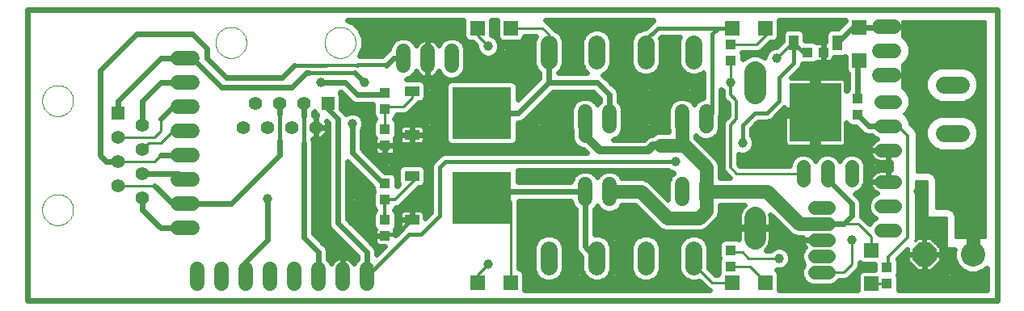
<source format=gtl>
G75*
%MOIN*%
%OFA0B0*%
%FSLAX24Y24*%
%IPPOS*%
%LPD*%
%AMOC8*
5,1,8,0,0,1.08239X$1,22.5*
%
%ADD10C,0.0240*%
%ADD11C,0.1000*%
%ADD12OC8,0.1000*%
%ADD13C,0.0885*%
%ADD14C,0.0560*%
%ADD15C,0.0600*%
%ADD16R,0.0591X0.0591*%
%ADD17R,0.0433X0.0394*%
%ADD18R,0.2441X0.2126*%
%ADD19R,0.0630X0.0394*%
%ADD20C,0.0554*%
%ADD21R,0.0554X0.0554*%
%ADD22C,0.0000*%
%ADD23C,0.0705*%
%ADD24C,0.0554*%
%ADD25R,0.2126X0.2441*%
%ADD26R,0.0394X0.0630*%
%ADD27C,0.0120*%
%ADD28C,0.0396*%
%ADD29C,0.0160*%
%ADD30C,0.0100*%
%ADD31C,0.0320*%
D10*
X001954Y000383D02*
X001954Y012383D01*
X041954Y012383D01*
X041954Y000383D01*
X001954Y000383D01*
X006704Y004133D02*
X007454Y003383D01*
X008454Y003383D01*
X006704Y004133D02*
X006704Y004633D01*
X007204Y005133D02*
X007954Y004383D01*
X008454Y004383D01*
X010354Y004383D01*
X012354Y006383D01*
X012354Y006983D01*
X013354Y006883D02*
X013354Y002983D01*
X013954Y002383D01*
X013954Y001383D01*
X014954Y001383D02*
X014954Y002203D01*
X014954Y001383D01*
X014954Y001383D01*
X014954Y001576D02*
X014954Y001576D01*
X014954Y001814D02*
X014954Y001814D01*
X014954Y002053D02*
X014954Y002053D01*
X014954Y002203D02*
X014913Y002203D01*
X014832Y002191D01*
X014754Y002165D01*
X014681Y002128D01*
X014615Y002080D01*
X014557Y002022D01*
X014509Y001956D01*
X014487Y001912D01*
X014445Y002012D01*
X014354Y002104D01*
X014354Y002463D01*
X014293Y002610D01*
X014180Y002722D01*
X013754Y003149D01*
X013754Y006963D01*
X013715Y007056D01*
X013737Y007048D01*
X013815Y007036D01*
X013854Y007036D01*
X013893Y007036D01*
X013970Y007048D01*
X014045Y007073D01*
X014114Y007108D01*
X014178Y007154D01*
X014233Y007209D01*
X014279Y007273D01*
X014315Y007342D01*
X014339Y007417D01*
X014351Y007494D01*
X014351Y007533D01*
X013854Y007533D01*
X013854Y007036D01*
X013854Y007533D01*
X013854Y007533D01*
X013854Y007533D01*
X014351Y007533D01*
X014351Y007572D01*
X014339Y007650D01*
X014315Y007724D01*
X014281Y007791D01*
X014354Y007718D01*
X014354Y003504D01*
X014415Y003357D01*
X014527Y003244D01*
X014527Y003244D01*
X015554Y002218D01*
X015554Y002104D01*
X015462Y002012D01*
X015421Y001912D01*
X015399Y001956D01*
X015350Y002022D01*
X015293Y002080D01*
X015226Y002128D01*
X015153Y002165D01*
X015076Y002191D01*
X014995Y002203D01*
X014954Y002203D01*
X015071Y002191D02*
X015071Y002700D01*
X015003Y002768D02*
X014134Y002768D01*
X014117Y002786D02*
X014117Y007110D01*
X014010Y007061D02*
X014354Y007061D01*
X014354Y006823D02*
X013754Y006823D01*
X013754Y006584D02*
X014354Y006584D01*
X014354Y006346D02*
X013754Y006346D01*
X013754Y006107D02*
X014354Y006107D01*
X015154Y006107D02*
X015164Y006107D01*
X015154Y006118D02*
X016207Y005064D01*
X016207Y004965D01*
X016241Y004883D01*
X016207Y004801D01*
X016207Y004296D01*
X016250Y004193D01*
X016310Y004133D01*
X016250Y004073D01*
X016207Y003971D01*
X016207Y003465D01*
X016250Y003363D01*
X016282Y003330D01*
X016267Y003275D01*
X016267Y003049D01*
X016704Y003049D01*
X016704Y003049D01*
X016267Y003049D01*
X016267Y002823D01*
X016282Y002767D01*
X016311Y002717D01*
X016352Y002676D01*
X016402Y002647D01*
X016458Y002632D01*
X016693Y002632D01*
X016354Y002292D01*
X016354Y002463D01*
X016293Y002610D01*
X016180Y002722D01*
X015154Y003749D01*
X015154Y006118D01*
X015310Y005962D02*
X015310Y003593D01*
X015419Y003484D02*
X016207Y003484D01*
X016264Y003349D02*
X016264Y002639D01*
X016326Y002530D02*
X016591Y002530D01*
X016502Y002441D02*
X016502Y002632D01*
X016282Y002768D02*
X016134Y002768D01*
X016025Y002878D02*
X016025Y005246D01*
X016118Y005153D02*
X015154Y005153D01*
X015154Y004915D02*
X016228Y004915D01*
X016207Y004676D02*
X015154Y004676D01*
X014354Y004676D02*
X013754Y004676D01*
X013754Y004438D02*
X014354Y004438D01*
X014354Y004199D02*
X013754Y004199D01*
X013754Y003961D02*
X014354Y003961D01*
X014354Y003722D02*
X013754Y003722D01*
X013754Y003484D02*
X014362Y003484D01*
X014356Y003499D02*
X014356Y002102D01*
X014405Y002053D02*
X014588Y002053D01*
X014594Y002059D02*
X014594Y003177D01*
X014526Y003245D02*
X013754Y003245D01*
X013879Y003024D02*
X013879Y007036D01*
X013854Y007061D02*
X013854Y007061D01*
X013854Y007300D02*
X013854Y007300D01*
X013854Y007533D02*
X013854Y008030D01*
X013854Y007533D01*
X013854Y007533D01*
X013854Y007538D02*
X013854Y007538D01*
X013879Y007533D02*
X013879Y007533D01*
X014117Y007533D02*
X014117Y007533D01*
X014351Y007538D02*
X014354Y007538D01*
X014354Y007300D02*
X014293Y007300D01*
X014288Y007777D02*
X014295Y007777D01*
X013854Y007777D02*
X013854Y007777D01*
X013854Y008015D02*
X013854Y008015D01*
X013854Y008030D02*
X013815Y008030D01*
X013754Y008021D01*
X013754Y008145D01*
X013800Y008192D01*
X013839Y008098D01*
X013909Y008028D01*
X013893Y008030D01*
X013854Y008030D01*
X013879Y008030D02*
X013879Y008058D01*
X013354Y007983D02*
X013354Y008533D01*
X012354Y008533D02*
X012354Y008083D01*
X014354Y008283D02*
X014754Y007883D01*
X014754Y003583D01*
X015954Y002383D01*
X015954Y001383D01*
X015503Y002053D02*
X015320Y002053D01*
X015310Y002063D02*
X015310Y002462D01*
X015242Y002530D02*
X014326Y002530D01*
X014354Y002291D02*
X015480Y002291D01*
X015548Y002223D02*
X015548Y002098D01*
X014833Y002191D02*
X014833Y002939D01*
X014765Y003007D02*
X013896Y003007D01*
X015548Y003355D02*
X015548Y005723D01*
X015641Y005630D02*
X015154Y005630D01*
X015154Y005392D02*
X015880Y005392D01*
X015787Y005485D02*
X015787Y003116D01*
X015896Y003007D02*
X016267Y003007D01*
X016267Y003245D02*
X015657Y003245D01*
X016502Y003049D02*
X016502Y003049D01*
X017140Y003079D02*
X017140Y003275D01*
X017125Y003330D01*
X017158Y003363D01*
X017200Y003465D01*
X017200Y003971D01*
X017158Y004073D01*
X017098Y004133D01*
X017158Y004193D01*
X017164Y004209D01*
X017187Y004209D01*
X017312Y004260D01*
X018105Y005054D01*
X018185Y005054D01*
X018288Y005097D01*
X018366Y005176D01*
X018409Y005278D01*
X018409Y005784D01*
X018366Y005886D01*
X018288Y005965D01*
X018185Y006008D01*
X017443Y006008D01*
X017340Y005965D01*
X017262Y005886D01*
X017219Y005784D01*
X017219Y005278D01*
X017262Y005176D01*
X017263Y005174D01*
X017200Y005111D01*
X017200Y005471D01*
X017158Y005573D01*
X017079Y005652D01*
X016976Y005695D01*
X016708Y005695D01*
X015754Y006649D01*
X015754Y007407D01*
X015759Y007413D01*
X015832Y007588D01*
X015832Y007778D01*
X015759Y007954D01*
X015625Y008089D01*
X015449Y008161D01*
X015259Y008161D01*
X015099Y008095D01*
X015093Y008110D01*
X014911Y008292D01*
X014911Y008866D01*
X014868Y008969D01*
X014854Y008983D01*
X014888Y008983D01*
X015215Y008657D01*
X015215Y008657D01*
X015327Y008544D01*
X015474Y008483D01*
X016207Y008483D01*
X016207Y008046D01*
X016250Y007943D01*
X016310Y007883D01*
X016250Y007823D01*
X016207Y007721D01*
X016207Y007215D01*
X016250Y007113D01*
X016282Y007080D01*
X016267Y007025D01*
X016267Y006799D01*
X016704Y006799D01*
X017140Y006799D01*
X017140Y007025D01*
X017125Y007080D01*
X017158Y007113D01*
X017200Y007215D01*
X017200Y007721D01*
X017158Y007823D01*
X017098Y007883D01*
X017158Y007943D01*
X017200Y008046D01*
X017200Y008053D01*
X017519Y008053D01*
X017641Y008104D01*
X017734Y008196D01*
X018091Y008554D01*
X018185Y008554D01*
X018288Y008597D01*
X018366Y008676D01*
X018409Y008778D01*
X018409Y009284D01*
X018366Y009386D01*
X018288Y009465D01*
X018185Y009508D01*
X017580Y009508D01*
X017782Y009592D01*
X017945Y009755D01*
X017987Y009854D01*
X018009Y009811D01*
X018057Y009745D01*
X018115Y009687D01*
X018181Y009639D01*
X018254Y009601D01*
X018332Y009576D01*
X018413Y009563D01*
X018454Y009563D01*
X018495Y009563D01*
X018576Y009576D01*
X018653Y009601D01*
X018726Y009639D01*
X018793Y009687D01*
X018850Y009745D01*
X018899Y009811D01*
X018921Y009854D01*
X018962Y009755D01*
X019125Y009592D01*
X019338Y009503D01*
X019569Y009503D01*
X019782Y009592D01*
X019945Y009755D01*
X020034Y009968D01*
X020034Y010799D01*
X019945Y011012D01*
X019782Y011175D01*
X019569Y011263D01*
X019338Y011263D01*
X019125Y011175D01*
X018962Y011012D01*
X018921Y010912D01*
X018899Y010956D01*
X018850Y011022D01*
X018793Y011080D01*
X018726Y011128D01*
X018653Y011165D01*
X018576Y011191D01*
X018495Y011203D01*
X018454Y011203D01*
X018454Y010383D01*
X018454Y009563D01*
X018454Y010383D01*
X018454Y010383D01*
X018454Y010383D01*
X018454Y011203D01*
X018413Y011203D01*
X018332Y011191D01*
X018254Y011165D01*
X018181Y011128D01*
X018115Y011080D01*
X018057Y011022D01*
X018009Y010956D01*
X017987Y010912D01*
X017945Y011012D01*
X017782Y011175D01*
X017569Y011263D01*
X017338Y011263D01*
X017125Y011175D01*
X016962Y011012D01*
X016874Y010799D01*
X016874Y010742D01*
X016827Y010722D01*
X016715Y010610D01*
X016598Y010493D01*
X015669Y010493D01*
X015814Y010842D01*
X015814Y011224D01*
X015668Y011577D01*
X015398Y011847D01*
X015165Y011943D01*
X019940Y011943D01*
X019940Y011282D01*
X019982Y011179D01*
X020061Y011101D01*
X020164Y011058D01*
X020312Y011058D01*
X020476Y010895D01*
X020476Y010788D01*
X020548Y010613D01*
X020683Y010478D01*
X020859Y010405D01*
X021049Y010405D01*
X021225Y010478D01*
X021359Y010613D01*
X021432Y010788D01*
X021432Y010978D01*
X021359Y011154D01*
X021225Y011289D01*
X021090Y011344D01*
X021090Y011943D01*
X021317Y011943D01*
X021317Y011282D01*
X021360Y011179D01*
X021439Y011101D01*
X021542Y011058D01*
X022244Y011058D01*
X022347Y011101D01*
X022425Y011179D01*
X022468Y011282D01*
X022468Y011303D01*
X022916Y011303D01*
X022837Y011112D01*
X022837Y010155D01*
X022933Y009923D01*
X020015Y009923D01*
X019876Y009685D02*
X023054Y009685D01*
X023054Y009802D02*
X023054Y009549D01*
X022189Y008684D01*
X022189Y009252D01*
X022146Y009355D01*
X022067Y009434D01*
X021964Y009476D01*
X019412Y009476D01*
X019309Y009434D01*
X019230Y009355D01*
X019188Y009252D01*
X019188Y007015D01*
X019230Y006912D01*
X019309Y006833D01*
X019412Y006790D01*
X021964Y006790D01*
X022067Y006833D01*
X022146Y006912D01*
X022189Y007015D01*
X022189Y007733D01*
X022283Y007733D01*
X022430Y007794D01*
X023619Y008983D01*
X025288Y008983D01*
X025554Y008718D01*
X025554Y008604D01*
X025462Y008512D01*
X025454Y008492D01*
X025445Y008512D01*
X025282Y008675D01*
X025069Y008763D01*
X024838Y008763D01*
X024625Y008675D01*
X024462Y008512D01*
X024374Y008299D01*
X024374Y007468D01*
X024394Y007420D01*
X024394Y007072D01*
X024479Y006866D01*
X024637Y006709D01*
X024842Y006623D01*
X024892Y006623D01*
X025022Y006493D01*
X019275Y006493D01*
X019132Y006493D01*
X019000Y006439D01*
X018750Y006189D01*
X018649Y006087D01*
X018594Y005955D01*
X018594Y004032D01*
X018349Y003788D01*
X018349Y003962D01*
X018334Y004017D01*
X018305Y004068D01*
X018264Y004109D01*
X018214Y004138D01*
X018158Y004153D01*
X017814Y004153D01*
X017470Y004153D01*
X017414Y004138D01*
X017364Y004109D01*
X017323Y004068D01*
X017294Y004017D01*
X017279Y003962D01*
X017279Y003736D01*
X017814Y003736D01*
X017814Y004153D01*
X017814Y003736D01*
X017814Y003736D01*
X017814Y003736D01*
X017279Y003736D01*
X017279Y003510D01*
X017294Y003454D01*
X017323Y003404D01*
X017364Y003363D01*
X017402Y003341D01*
X017399Y003337D01*
X017140Y003079D01*
X017218Y003156D02*
X017218Y004222D01*
X017160Y004199D02*
X018594Y004199D01*
X018594Y004438D02*
X017489Y004438D01*
X017456Y004405D02*
X017456Y004149D01*
X017695Y004153D02*
X017695Y004644D01*
X017728Y004676D02*
X018594Y004676D01*
X018594Y004915D02*
X017966Y004915D01*
X017933Y004882D02*
X017933Y004153D01*
X017814Y003961D02*
X017814Y003961D01*
X017695Y003736D02*
X017695Y003736D01*
X017456Y003736D02*
X017456Y003736D01*
X017279Y003722D02*
X017200Y003722D01*
X017200Y003961D02*
X017279Y003961D01*
X016264Y004087D02*
X016264Y004179D01*
X016247Y004199D02*
X015154Y004199D01*
X015154Y004438D02*
X016207Y004438D01*
X016207Y003961D02*
X015154Y003961D01*
X015180Y003722D02*
X016207Y003722D01*
X017200Y003484D02*
X017286Y003484D01*
X017307Y003245D02*
X017140Y003245D01*
X018410Y003849D02*
X018410Y009564D01*
X018454Y009685D02*
X018454Y009685D01*
X018649Y009600D02*
X018649Y006087D01*
X018669Y006107D02*
X016295Y006107D01*
X016264Y006139D02*
X016264Y007099D01*
X016277Y007061D02*
X015754Y007061D01*
X015754Y006823D02*
X016267Y006823D01*
X016267Y006799D02*
X016267Y006573D01*
X016282Y006517D01*
X016311Y006467D01*
X016352Y006426D01*
X016402Y006397D01*
X016458Y006382D01*
X016704Y006382D01*
X016949Y006382D01*
X017005Y006397D01*
X017055Y006426D01*
X017096Y006467D01*
X017125Y006517D01*
X017140Y006573D01*
X017140Y006799D01*
X016704Y006799D01*
X016704Y006799D01*
X016704Y006799D01*
X016704Y006382D01*
X016704Y006799D01*
X016704Y006799D01*
X016267Y006799D01*
X016267Y006584D02*
X015818Y006584D01*
X015787Y006616D02*
X015787Y007479D01*
X015811Y007538D02*
X016207Y007538D01*
X016207Y007300D02*
X015754Y007300D01*
X015354Y007683D02*
X015354Y006483D01*
X016619Y005218D01*
X016704Y005218D01*
X017200Y005153D02*
X017243Y005153D01*
X017218Y005128D02*
X017218Y008053D01*
X017188Y008015D02*
X019188Y008015D01*
X019188Y007777D02*
X017177Y007777D01*
X017364Y007609D02*
X017323Y007568D01*
X017294Y007517D01*
X017279Y007462D01*
X017279Y007236D01*
X017814Y007236D01*
X017814Y007653D01*
X017470Y007653D01*
X017414Y007638D01*
X017364Y007609D01*
X017306Y007538D02*
X017200Y007538D01*
X017200Y007300D02*
X017279Y007300D01*
X017279Y007236D02*
X017279Y007010D01*
X017294Y006954D01*
X017323Y006904D01*
X017364Y006863D01*
X017414Y006834D01*
X017470Y006819D01*
X017814Y006819D01*
X018158Y006819D01*
X018214Y006834D01*
X018264Y006863D01*
X018305Y006904D01*
X018334Y006954D01*
X018349Y007010D01*
X018349Y007236D01*
X018349Y007462D01*
X018334Y007517D01*
X018305Y007568D01*
X018264Y007609D01*
X018214Y007638D01*
X018158Y007653D01*
X017814Y007653D01*
X017814Y007236D01*
X017814Y007236D01*
X017814Y007236D01*
X018349Y007236D01*
X017814Y007236D01*
X017814Y007236D01*
X017279Y007236D01*
X017279Y007061D02*
X017130Y007061D01*
X017456Y007236D02*
X017456Y007236D01*
X017695Y007236D02*
X017695Y007236D01*
X017814Y007236D02*
X017814Y007236D01*
X017814Y006819D01*
X017814Y007236D01*
X017814Y007300D02*
X017814Y007300D01*
X017933Y007236D02*
X017933Y007236D01*
X017814Y007061D02*
X017814Y007061D01*
X018172Y007236D02*
X018172Y007236D01*
X018349Y007300D02*
X019188Y007300D01*
X019188Y007538D02*
X018322Y007538D01*
X018172Y007649D02*
X018172Y008554D01*
X018029Y008492D02*
X019188Y008492D01*
X019188Y008731D02*
X018389Y008731D01*
X018409Y008969D02*
X019188Y008969D01*
X019188Y009208D02*
X018409Y009208D01*
X018306Y009446D02*
X019339Y009446D01*
X019364Y009457D02*
X019364Y009503D01*
X019603Y009517D02*
X019603Y009476D01*
X019841Y009476D02*
X019841Y009651D01*
X020080Y009476D02*
X020080Y011093D01*
X020046Y011116D02*
X019842Y011116D01*
X019841Y011116D02*
X019841Y011943D01*
X019940Y011831D02*
X015413Y011831D01*
X015310Y011884D02*
X015310Y011943D01*
X015548Y011943D02*
X015548Y011696D01*
X015652Y011593D02*
X019940Y011593D01*
X019940Y011354D02*
X015760Y011354D01*
X015787Y011289D02*
X015787Y011943D01*
X016025Y011943D02*
X016025Y010493D01*
X015787Y010493D02*
X015787Y010777D01*
X015814Y010877D02*
X016906Y010877D01*
X016979Y011029D02*
X016979Y011943D01*
X016741Y011943D02*
X016741Y010636D01*
X016744Y010639D02*
X015729Y010639D01*
X016264Y010493D02*
X016264Y011943D01*
X016502Y011943D02*
X016502Y010493D01*
X016804Y010133D02*
X017054Y010383D01*
X017454Y010383D01*
X016804Y010133D02*
X016754Y010083D01*
X017695Y009555D02*
X017695Y009508D01*
X017933Y009508D02*
X017933Y009743D01*
X017876Y009685D02*
X018118Y009685D01*
X018172Y009645D02*
X018172Y009508D01*
X018790Y009685D02*
X019032Y009685D01*
X019126Y009591D02*
X019126Y006491D01*
X019364Y006493D02*
X019364Y006810D01*
X019333Y006823D02*
X018173Y006823D01*
X018172Y006823D02*
X018172Y006008D01*
X017933Y006008D02*
X017933Y006819D01*
X017814Y006823D02*
X017814Y006823D01*
X017695Y006819D02*
X017695Y006008D01*
X017456Y006008D02*
X017456Y006823D01*
X017455Y006823D02*
X017140Y006823D01*
X016979Y006799D02*
X016979Y006799D01*
X016741Y006799D02*
X016741Y006799D01*
X016704Y006584D02*
X016704Y006584D01*
X016502Y006799D02*
X016502Y006799D01*
X017140Y006584D02*
X024931Y006584D01*
X024850Y006623D02*
X024850Y006493D01*
X024611Y006493D02*
X024611Y006734D01*
X024522Y006823D02*
X022043Y006823D01*
X021988Y006800D02*
X021988Y006493D01*
X022226Y006493D02*
X022226Y007733D01*
X022388Y007777D02*
X024374Y007777D01*
X024374Y008015D02*
X022651Y008015D01*
X022703Y008067D02*
X022703Y006493D01*
X022465Y006493D02*
X022465Y007829D01*
X022204Y008133D02*
X023454Y009383D01*
X025454Y009383D01*
X025954Y008883D01*
X025954Y007883D01*
X026534Y007777D02*
X028374Y007777D01*
X028374Y008015D02*
X026534Y008015D01*
X026534Y008254D02*
X028374Y008254D01*
X028374Y008299D02*
X028374Y007468D01*
X028394Y007420D01*
X028394Y007343D01*
X027942Y007343D01*
X027737Y007258D01*
X027702Y007223D01*
X027666Y007223D01*
X027505Y007156D01*
X027381Y007033D01*
X027372Y007023D01*
X026117Y007023D01*
X026282Y007092D01*
X026445Y007255D01*
X026534Y007468D01*
X026534Y008299D01*
X026445Y008512D01*
X026354Y008604D01*
X026354Y008963D01*
X026293Y009110D01*
X025793Y009610D01*
X025699Y009704D01*
X025796Y009745D01*
X025974Y009923D01*
X026071Y010155D01*
X026071Y011112D01*
X025974Y011344D01*
X025796Y011522D01*
X025564Y011618D01*
X025312Y011618D01*
X025080Y011522D01*
X024902Y011344D01*
X024806Y011112D01*
X024806Y010155D01*
X024902Y009923D01*
X025041Y009783D01*
X023868Y009783D01*
X023868Y009785D01*
X024006Y009923D01*
X024901Y009923D01*
X024850Y010048D02*
X024850Y009783D01*
X024611Y009783D02*
X024611Y011943D01*
X024373Y011943D02*
X024373Y009783D01*
X024134Y009783D02*
X024134Y011943D01*
X023896Y011943D02*
X023896Y011454D01*
X023828Y011522D02*
X024006Y011344D01*
X024102Y011112D01*
X024102Y010155D01*
X024006Y009923D01*
X023896Y009813D02*
X023896Y009783D01*
X023470Y009868D02*
X023470Y010383D01*
X023470Y010633D01*
X022837Y010639D02*
X021370Y010639D01*
X021272Y010526D02*
X021272Y009476D01*
X021034Y009476D02*
X021034Y010405D01*
X020795Y010431D02*
X020795Y009476D01*
X020557Y009476D02*
X020557Y010604D01*
X020538Y010639D02*
X020034Y010639D01*
X020034Y010400D02*
X022837Y010400D01*
X022837Y010162D02*
X020034Y010162D01*
X018887Y009795D02*
X018887Y006326D01*
X018907Y006346D02*
X016057Y006346D01*
X016025Y006378D02*
X016025Y008483D01*
X015787Y008483D02*
X015787Y007887D01*
X015832Y007777D02*
X016231Y007777D01*
X016264Y007837D02*
X016264Y007929D01*
X016220Y008015D02*
X015698Y008015D01*
X015548Y008120D02*
X015548Y008483D01*
X015452Y008492D02*
X014911Y008492D01*
X014911Y008731D02*
X015141Y008731D01*
X015071Y008800D02*
X015071Y008132D01*
X014949Y008254D02*
X016207Y008254D01*
X015310Y008161D02*
X015310Y008562D01*
X015554Y008883D02*
X015054Y009383D01*
X014054Y009383D01*
X013554Y009783D02*
X013454Y009783D01*
X012854Y009183D01*
X009954Y009183D01*
X008754Y010383D01*
X008454Y010383D01*
X007454Y010383D01*
X005704Y008633D01*
X005704Y008133D01*
X006704Y007633D02*
X006704Y008633D01*
X007454Y009383D01*
X008454Y009383D01*
X009354Y010383D02*
X010154Y009583D01*
X012454Y009583D01*
X012954Y010083D01*
X015454Y009783D02*
X015854Y009383D01*
X016619Y008883D02*
X016704Y008968D01*
X016619Y008883D02*
X015554Y008883D01*
X014902Y008969D02*
X014868Y008969D01*
X014354Y008533D02*
X014354Y008283D01*
X017456Y008053D02*
X017456Y007649D01*
X017695Y007653D02*
X017695Y008158D01*
X017791Y008254D02*
X019188Y008254D01*
X017933Y008396D02*
X017933Y007653D01*
X017814Y007538D02*
X017814Y007538D01*
X018349Y007061D02*
X019188Y007061D01*
X019603Y006790D02*
X019603Y006493D01*
X019841Y006493D02*
X019841Y006790D01*
X020080Y006790D02*
X020080Y006493D01*
X020318Y006493D02*
X020318Y006790D01*
X020557Y006790D02*
X020557Y006493D01*
X020795Y006493D02*
X020795Y006790D01*
X021034Y006790D02*
X021034Y006493D01*
X021272Y006493D02*
X021272Y006790D01*
X021511Y006790D02*
X021511Y006493D01*
X021749Y006493D02*
X021749Y006790D01*
X022189Y007061D02*
X024398Y007061D01*
X024394Y007300D02*
X022189Y007300D01*
X022189Y007538D02*
X024374Y007538D01*
X024374Y008254D02*
X022890Y008254D01*
X022942Y008306D02*
X022942Y006493D01*
X023180Y006493D02*
X023180Y008544D01*
X023128Y008492D02*
X024454Y008492D01*
X024611Y008661D02*
X024611Y008983D01*
X024373Y008983D02*
X024373Y006493D01*
X024134Y006493D02*
X024134Y008983D01*
X023896Y008983D02*
X023896Y006493D01*
X023657Y006493D02*
X023657Y008983D01*
X023605Y008969D02*
X025302Y008969D01*
X025327Y008945D02*
X025327Y008631D01*
X025454Y008492D02*
X025454Y008492D01*
X025541Y008731D02*
X025148Y008731D01*
X025088Y008755D02*
X025088Y008983D01*
X024850Y008983D02*
X024850Y008763D01*
X024760Y008731D02*
X023367Y008731D01*
X023419Y008783D02*
X023419Y006493D01*
X023419Y005773D02*
X023419Y005283D01*
X023657Y005283D02*
X023657Y005773D01*
X023896Y005773D02*
X023896Y005283D01*
X024134Y005283D02*
X024134Y005773D01*
X024373Y005773D02*
X024373Y005283D01*
X024374Y005283D02*
X022189Y005283D01*
X022189Y005752D01*
X022180Y005773D01*
X028388Y005773D01*
X028433Y005728D01*
X028606Y005656D01*
X028462Y005512D01*
X028374Y005299D01*
X028374Y004555D01*
X027571Y005358D01*
X027365Y005443D01*
X027142Y005443D01*
X026474Y005443D01*
X026445Y005512D01*
X026282Y005675D01*
X026069Y005763D01*
X025838Y005763D01*
X025625Y005675D01*
X025462Y005512D01*
X025454Y005492D01*
X025445Y005512D01*
X025282Y005675D01*
X025069Y005763D01*
X024838Y005763D01*
X024625Y005675D01*
X024462Y005512D01*
X024374Y005299D01*
X024374Y005283D01*
X024412Y005392D02*
X022189Y005392D01*
X022226Y005283D02*
X022226Y005773D01*
X022189Y005630D02*
X024581Y005630D01*
X024611Y005661D02*
X024611Y005773D01*
X024850Y005763D02*
X024850Y005773D01*
X025088Y005755D02*
X025088Y005773D01*
X025327Y005773D02*
X025327Y005631D01*
X025327Y005630D02*
X025581Y005630D01*
X025565Y005615D02*
X025565Y005773D01*
X025804Y005773D02*
X025804Y005749D01*
X026042Y005763D02*
X026042Y005773D01*
X026281Y005773D02*
X026281Y005676D01*
X026327Y005630D02*
X028581Y005630D01*
X028427Y005734D02*
X028427Y005428D01*
X028412Y005392D02*
X027489Y005392D01*
X027473Y005399D02*
X027473Y005773D01*
X027235Y005773D02*
X027235Y005443D01*
X026996Y005443D02*
X026996Y005773D01*
X026758Y005773D02*
X026758Y005443D01*
X026519Y005443D02*
X026519Y005773D01*
X027712Y005773D02*
X027712Y005217D01*
X027776Y005153D02*
X028374Y005153D01*
X028374Y004915D02*
X028014Y004915D01*
X027950Y004979D02*
X027950Y005773D01*
X028189Y005773D02*
X028189Y004740D01*
X028253Y004676D02*
X028374Y004676D01*
X027879Y003466D02*
X027022Y004323D01*
X026474Y004323D01*
X026445Y004255D01*
X026282Y004092D01*
X026069Y004003D01*
X025838Y004003D01*
X025625Y004092D01*
X025462Y004255D01*
X025454Y004275D01*
X025445Y004255D01*
X025354Y004163D01*
X025354Y003118D01*
X025564Y003118D01*
X025796Y003022D01*
X025974Y002844D01*
X026071Y002612D01*
X026071Y001655D01*
X025974Y001423D01*
X025796Y001245D01*
X025564Y001148D01*
X025312Y001148D01*
X025080Y001245D01*
X024902Y001423D01*
X024806Y001655D01*
X024806Y002200D01*
X024615Y002391D01*
X024554Y002538D01*
X024554Y004163D01*
X024462Y004255D01*
X024374Y004468D01*
X024374Y004483D01*
X022223Y004483D01*
X022223Y001709D01*
X022244Y001709D01*
X022347Y001666D01*
X022425Y001587D01*
X022468Y001484D01*
X022468Y000823D01*
X030090Y000823D01*
X030017Y000854D01*
X029924Y000946D01*
X029676Y001195D01*
X029564Y001148D01*
X029312Y001148D01*
X029080Y001245D01*
X028902Y001423D01*
X028806Y001655D01*
X028806Y002612D01*
X028902Y002844D01*
X029080Y003022D01*
X029312Y003118D01*
X029564Y003118D01*
X029796Y003022D01*
X029974Y002844D01*
X030071Y002612D01*
X030071Y001733D01*
X030340Y001463D01*
X030440Y001463D01*
X030440Y001484D01*
X030461Y001537D01*
X030457Y001546D01*
X030457Y002051D01*
X030491Y002133D01*
X030457Y002215D01*
X030457Y002721D01*
X030500Y002823D01*
X030579Y002902D01*
X030682Y002945D01*
X031226Y002945D01*
X031291Y002918D01*
X031291Y003356D01*
X031926Y003356D01*
X031926Y003411D01*
X031291Y003411D01*
X031291Y003869D01*
X031303Y003955D01*
X031325Y004039D01*
X031358Y004119D01*
X031402Y004195D01*
X031455Y004264D01*
X031514Y004323D01*
X030514Y004323D01*
X030514Y003972D01*
X030429Y003766D01*
X030271Y003609D01*
X029971Y003309D01*
X029765Y003223D01*
X028242Y003223D01*
X028037Y003309D01*
X027879Y003466D01*
X027879Y003466D01*
X027861Y003484D02*
X025354Y003484D01*
X025354Y003722D02*
X027623Y003722D01*
X027712Y003633D02*
X027712Y003070D01*
X027828Y003022D02*
X027595Y003118D01*
X027344Y003118D01*
X027111Y003022D01*
X026933Y002844D01*
X026837Y002612D01*
X026837Y001655D01*
X026933Y001423D01*
X027111Y001245D01*
X027344Y001148D01*
X027595Y001148D01*
X027828Y001245D01*
X028006Y001423D01*
X028102Y001655D01*
X028102Y002612D01*
X028006Y002844D01*
X027828Y003022D01*
X027843Y003007D02*
X029065Y003007D01*
X029143Y003048D02*
X029143Y003223D01*
X029381Y003223D02*
X029381Y003118D01*
X029620Y003095D02*
X029620Y003223D01*
X029818Y003245D02*
X031291Y003245D01*
X031291Y003007D02*
X029812Y003007D01*
X029858Y002960D02*
X029858Y003262D01*
X030097Y003434D02*
X030097Y001707D01*
X030071Y001814D02*
X030457Y001814D01*
X030458Y002053D02*
X030071Y002053D01*
X030071Y002291D02*
X030457Y002291D01*
X030457Y002530D02*
X030071Y002530D01*
X030006Y002768D02*
X030477Y002768D01*
X030574Y002897D02*
X030574Y004323D01*
X030514Y004199D02*
X031405Y004199D01*
X031289Y004323D02*
X031289Y002919D01*
X031051Y002945D02*
X031051Y004323D01*
X030812Y004323D02*
X030812Y002945D01*
X031528Y003356D02*
X031528Y003411D01*
X031766Y003411D02*
X031766Y003356D01*
X031981Y003356D02*
X031981Y003411D01*
X032616Y003411D01*
X032616Y003869D01*
X032607Y003938D01*
X033467Y003079D01*
X033672Y002993D01*
X033895Y002993D01*
X033941Y002993D01*
X033929Y002922D01*
X033929Y002883D01*
X033929Y002844D01*
X033942Y002767D01*
X033966Y002692D01*
X034001Y002623D01*
X034021Y002596D01*
X033954Y002529D01*
X033869Y002324D01*
X033869Y002103D01*
X033954Y001898D01*
X033974Y001878D01*
X033954Y001859D01*
X033869Y001654D01*
X033869Y001433D01*
X033954Y001228D01*
X034111Y001071D01*
X034316Y000986D01*
X035092Y000986D01*
X035297Y001071D01*
X035439Y001213D01*
X035679Y001213D01*
X035801Y001264D01*
X036141Y001604D01*
X036234Y001696D01*
X036284Y001818D01*
X036284Y001956D01*
X036300Y001940D01*
X036403Y001897D01*
X036907Y001897D01*
X036907Y001670D01*
X036403Y001670D01*
X036300Y001627D01*
X036221Y001548D01*
X036179Y001445D01*
X036179Y000823D01*
X032968Y000823D01*
X032968Y001484D01*
X032925Y001587D01*
X032856Y001656D01*
X032859Y001655D01*
X033049Y001655D01*
X033225Y001728D01*
X033359Y001863D01*
X033432Y002038D01*
X033432Y002228D01*
X033359Y002404D01*
X033225Y002539D01*
X033049Y002611D01*
X032859Y002611D01*
X032683Y002539D01*
X032608Y002463D01*
X032413Y002463D01*
X032453Y002503D01*
X032506Y002572D01*
X032549Y002647D01*
X032582Y002727D01*
X032605Y002811D01*
X032616Y002897D01*
X032616Y003356D01*
X031981Y003356D01*
X032005Y003356D02*
X032005Y003411D01*
X032243Y003411D02*
X032243Y003356D01*
X032482Y003356D02*
X032482Y003411D01*
X032616Y003484D02*
X033061Y003484D01*
X032959Y003586D02*
X032959Y002611D01*
X032720Y002554D02*
X032720Y003825D01*
X032823Y003722D02*
X032616Y003722D01*
X033197Y003348D02*
X033197Y002550D01*
X033233Y002530D02*
X033955Y002530D01*
X033913Y002429D02*
X033913Y002993D01*
X033929Y002883D02*
X034704Y002883D01*
X033929Y002883D01*
X033941Y002768D02*
X032593Y002768D01*
X032482Y002541D02*
X032482Y002463D01*
X032473Y002530D02*
X032674Y002530D01*
X033406Y002291D02*
X033869Y002291D01*
X033890Y002053D02*
X033432Y002053D01*
X033311Y001814D02*
X033936Y001814D01*
X033913Y001759D02*
X033913Y001998D01*
X033197Y001717D02*
X033197Y000823D01*
X032968Y000860D02*
X036179Y000860D01*
X036059Y000823D02*
X036059Y001522D01*
X036113Y001576D02*
X036249Y001576D01*
X036298Y001625D02*
X036298Y001942D01*
X036282Y001814D02*
X036907Y001814D01*
X036775Y001897D02*
X036775Y001670D01*
X036536Y001670D02*
X036536Y001897D01*
X037863Y002111D02*
X037900Y002021D01*
X037900Y001515D01*
X037866Y001433D01*
X037900Y001351D01*
X037900Y000846D01*
X037891Y000823D01*
X041514Y000823D01*
X041514Y001740D01*
X041396Y001622D01*
X041109Y001503D01*
X040799Y001503D01*
X040512Y001622D01*
X040293Y001841D01*
X040174Y002128D01*
X040174Y002438D01*
X040201Y002503D01*
X039674Y002503D01*
X039674Y002283D01*
X038954Y002283D01*
X038954Y001563D01*
X039252Y001563D01*
X039674Y001985D01*
X039674Y002283D01*
X038954Y002283D01*
X038954Y002283D01*
X038954Y002283D01*
X038954Y001563D01*
X038656Y001563D01*
X038234Y001985D01*
X038234Y002283D01*
X038954Y002283D01*
X038954Y002283D01*
X038234Y002283D01*
X038234Y002483D01*
X037863Y002111D01*
X037887Y002053D02*
X038234Y002053D01*
X038405Y001814D02*
X037900Y001814D01*
X037900Y001576D02*
X038643Y001576D01*
X038683Y001563D02*
X038683Y000823D01*
X038921Y000823D02*
X038921Y001563D01*
X038954Y001576D02*
X038954Y001576D01*
X039160Y001563D02*
X039160Y000823D01*
X039398Y000823D02*
X039398Y001710D01*
X039503Y001814D02*
X040320Y001814D01*
X040352Y001782D02*
X040352Y000823D01*
X040114Y000823D02*
X040114Y002503D01*
X040174Y002291D02*
X039674Y002291D01*
X039637Y002283D02*
X039637Y002283D01*
X039398Y002283D02*
X039398Y002283D01*
X039160Y002283D02*
X039160Y002283D01*
X038921Y002283D02*
X038921Y002283D01*
X038683Y002283D02*
X038683Y002283D01*
X038444Y002283D02*
X038444Y002283D01*
X038234Y002291D02*
X038043Y002291D01*
X037967Y002216D02*
X037967Y000823D01*
X037900Y000860D02*
X041514Y000860D01*
X041306Y000823D02*
X041306Y001585D01*
X041284Y001576D02*
X041514Y001576D01*
X041068Y001503D02*
X041068Y000823D01*
X040829Y000823D02*
X040829Y001503D01*
X040624Y001576D02*
X039265Y001576D01*
X038954Y001814D02*
X038954Y001814D01*
X038954Y002053D02*
X038954Y002053D01*
X039637Y001948D02*
X039637Y000823D01*
X039875Y000823D02*
X039875Y002503D01*
X039674Y002053D02*
X040205Y002053D01*
X040591Y001589D02*
X040591Y000823D01*
X041514Y001099D02*
X037900Y001099D01*
X037900Y001337D02*
X041514Y001337D01*
X038444Y001775D02*
X038444Y000823D01*
X038206Y000823D02*
X038206Y002455D01*
X036682Y003560D02*
X036410Y003833D01*
X036354Y003856D01*
X036354Y004463D01*
X036293Y004610D01*
X036096Y004806D01*
X036271Y004879D01*
X036429Y005036D01*
X036514Y005242D01*
X036514Y006025D01*
X036429Y006231D01*
X036271Y006388D01*
X036065Y006473D01*
X035842Y006473D01*
X035637Y006388D01*
X035479Y006231D01*
X035454Y006170D01*
X035429Y006231D01*
X035271Y006388D01*
X035065Y006473D01*
X034842Y006473D01*
X034637Y006388D01*
X034479Y006231D01*
X034454Y006170D01*
X034429Y006231D01*
X034271Y006388D01*
X034065Y006473D01*
X033842Y006473D01*
X033637Y006388D01*
X033479Y006231D01*
X033394Y006025D01*
X033394Y005963D01*
X031340Y005963D01*
X031294Y006010D01*
X031294Y006432D01*
X031359Y006405D01*
X031549Y006405D01*
X031725Y006478D01*
X031859Y006613D01*
X031932Y006788D01*
X031932Y006978D01*
X031859Y007154D01*
X031814Y007199D01*
X031814Y007484D01*
X032103Y007773D01*
X032525Y007773D01*
X032658Y007828D01*
X032759Y007929D01*
X033171Y008341D01*
X033171Y008269D01*
X034334Y008269D01*
X034334Y009590D01*
X033469Y009590D01*
X033760Y009881D01*
X033861Y009982D01*
X033916Y010114D01*
X033916Y010156D01*
X034391Y010156D01*
X034494Y010199D01*
X034518Y010223D01*
X034543Y010216D01*
X034788Y010216D01*
X034788Y010633D01*
X034788Y010633D01*
X034788Y010216D01*
X035034Y010216D01*
X035090Y010231D01*
X035140Y010260D01*
X035181Y010301D01*
X035210Y010352D01*
X035225Y010408D01*
X035225Y010428D01*
X035604Y010428D01*
X035679Y010459D01*
X035679Y009943D01*
X035721Y009840D01*
X035800Y009762D01*
X035804Y009760D01*
X035804Y009127D01*
X035750Y009073D01*
X035737Y009042D01*
X035737Y009399D01*
X035722Y009454D01*
X035693Y009505D01*
X035652Y009546D01*
X035602Y009575D01*
X035546Y009590D01*
X034574Y009590D01*
X034574Y008269D01*
X034334Y008269D01*
X034334Y008029D01*
X034574Y008029D01*
X034574Y006709D01*
X035546Y006709D01*
X035602Y006724D01*
X035652Y006753D01*
X035693Y006794D01*
X035722Y006844D01*
X035737Y006900D01*
X035737Y007725D01*
X035750Y007693D01*
X035829Y007614D01*
X035932Y007572D01*
X036115Y007572D01*
X036330Y007357D01*
X036443Y007244D01*
X036590Y007183D01*
X036782Y007183D01*
X036857Y007109D01*
X036995Y007051D01*
X036982Y007047D01*
X036912Y007011D01*
X036848Y006965D01*
X036792Y006909D01*
X036746Y006845D01*
X036710Y006775D01*
X036686Y006700D01*
X036674Y006623D01*
X036674Y006583D01*
X036674Y006544D01*
X036686Y006466D01*
X036710Y006391D01*
X036746Y006321D01*
X036792Y006258D01*
X036848Y006202D01*
X036912Y006156D01*
X036982Y006120D01*
X037057Y006096D01*
X037134Y006083D01*
X037454Y006083D01*
X037574Y006083D01*
X037574Y005783D01*
X037454Y005783D01*
X037454Y005283D01*
X036674Y005283D01*
X036674Y005244D01*
X036686Y005166D01*
X036710Y005091D01*
X036746Y005021D01*
X036792Y004958D01*
X036848Y004902D01*
X036912Y004856D01*
X036982Y004820D01*
X036995Y004816D01*
X036857Y004758D01*
X036699Y004601D01*
X036614Y004395D01*
X036614Y004172D01*
X036699Y003966D01*
X036857Y003809D01*
X036918Y003783D01*
X036857Y003758D01*
X036699Y003601D01*
X036682Y003560D01*
X036775Y003676D02*
X036775Y003890D01*
X036704Y003961D02*
X036354Y003961D01*
X036520Y003722D02*
X036821Y003722D01*
X036536Y003706D02*
X036536Y007205D01*
X036387Y007300D02*
X035737Y007300D01*
X035737Y007538D02*
X036148Y007538D01*
X036059Y007572D02*
X036059Y006473D01*
X035821Y006464D02*
X035821Y007622D01*
X036298Y007389D02*
X036298Y006361D01*
X036313Y006346D02*
X036734Y006346D01*
X036775Y006282D02*
X036775Y005585D01*
X036792Y005609D02*
X036746Y005545D01*
X036710Y005475D01*
X036686Y005400D01*
X036674Y005323D01*
X036674Y005283D01*
X037454Y005283D01*
X037454Y005283D01*
X037454Y005283D01*
X037454Y005783D01*
X037134Y005783D01*
X037057Y005771D01*
X036982Y005747D01*
X036912Y005711D01*
X036848Y005665D01*
X036792Y005609D01*
X036814Y005630D02*
X036514Y005630D01*
X036514Y005392D02*
X036685Y005392D01*
X036775Y005283D02*
X036775Y005283D01*
X036690Y005153D02*
X036477Y005153D01*
X036307Y004915D02*
X036835Y004915D01*
X036775Y004982D02*
X036775Y004676D01*
X036226Y004676D01*
X036298Y004598D02*
X036298Y004905D01*
X036354Y004438D02*
X036632Y004438D01*
X036614Y004199D02*
X036354Y004199D01*
X035954Y004383D02*
X034954Y005383D01*
X034954Y005633D01*
X036514Y005869D02*
X037574Y005869D01*
X037490Y005783D02*
X037490Y006083D01*
X037454Y006083D02*
X037454Y006583D01*
X037454Y006583D01*
X037454Y006083D01*
X037454Y006107D02*
X037454Y006107D01*
X037252Y006083D02*
X037252Y005783D01*
X037013Y005757D02*
X037013Y006110D01*
X037021Y006107D02*
X036480Y006107D01*
X035594Y006346D02*
X035313Y006346D01*
X035344Y006315D02*
X035344Y006709D01*
X035582Y006718D02*
X035582Y006334D01*
X035105Y006457D02*
X035105Y006709D01*
X034867Y006709D02*
X034867Y006473D01*
X034628Y006380D02*
X034628Y006709D01*
X034574Y006823D02*
X034334Y006823D01*
X034334Y006709D02*
X034334Y008029D01*
X033171Y008029D01*
X033171Y006900D01*
X033186Y006844D01*
X033215Y006794D01*
X033256Y006753D01*
X033306Y006724D01*
X033362Y006709D01*
X034334Y006709D01*
X034151Y006709D02*
X034151Y006438D01*
X034313Y006346D02*
X034594Y006346D01*
X034390Y006269D02*
X034390Y008029D01*
X034334Y008015D02*
X034574Y008015D01*
X034574Y007777D02*
X034334Y007777D01*
X034151Y008029D02*
X034151Y008269D01*
X034334Y008254D02*
X033083Y008254D01*
X033197Y008269D02*
X033197Y008029D01*
X033171Y008015D02*
X032845Y008015D01*
X032959Y008129D02*
X032959Y005963D01*
X033197Y005963D02*
X033197Y006824D01*
X033198Y006823D02*
X031932Y006823D01*
X031831Y006584D02*
X036674Y006584D01*
X036674Y006583D02*
X037454Y006583D01*
X036674Y006583D01*
X036775Y006583D02*
X036775Y006583D01*
X037013Y006583D02*
X037013Y006583D01*
X037252Y006583D02*
X037252Y006583D01*
X037454Y006583D02*
X037454Y006583D01*
X036735Y006823D02*
X035710Y006823D01*
X035737Y007061D02*
X036971Y007061D01*
X036775Y007183D02*
X036775Y006885D01*
X036669Y007583D02*
X037454Y007583D01*
X036669Y007583D02*
X036204Y008049D01*
X036204Y008718D02*
X036204Y010244D01*
X036254Y010294D01*
X035679Y010400D02*
X035223Y010400D01*
X035344Y010428D02*
X035344Y009590D01*
X035582Y009580D02*
X035582Y010428D01*
X035679Y010162D02*
X034404Y010162D01*
X034390Y010156D02*
X034390Y008269D01*
X033913Y008269D02*
X033913Y008029D01*
X033674Y008029D02*
X033674Y008269D01*
X033436Y008269D02*
X033436Y008029D01*
X033171Y007777D02*
X032534Y007777D01*
X032482Y007773D02*
X032482Y005963D01*
X032720Y005963D02*
X032720Y007891D01*
X032243Y007773D02*
X032243Y005963D01*
X032005Y005963D02*
X032005Y007675D01*
X031868Y007538D02*
X033171Y007538D01*
X033171Y007300D02*
X031814Y007300D01*
X031898Y007061D02*
X033171Y007061D01*
X033436Y006709D02*
X033436Y006126D01*
X033428Y006107D02*
X031294Y006107D01*
X031294Y006346D02*
X033594Y006346D01*
X033674Y006404D02*
X033674Y006709D01*
X033913Y006709D02*
X033913Y006473D01*
X034334Y007061D02*
X034574Y007061D01*
X034574Y007300D02*
X034334Y007300D01*
X034334Y007538D02*
X034574Y007538D01*
X034574Y008492D02*
X034334Y008492D01*
X034334Y008731D02*
X034574Y008731D01*
X034574Y008969D02*
X034334Y008969D01*
X034334Y009208D02*
X034574Y009208D01*
X034574Y009446D02*
X034334Y009446D01*
X034151Y009590D02*
X034151Y010156D01*
X033913Y010106D02*
X033913Y009590D01*
X033674Y009590D02*
X033674Y009795D01*
X033564Y009685D02*
X035804Y009685D01*
X035687Y009923D02*
X033803Y009923D01*
X034628Y010216D02*
X034628Y009590D01*
X034867Y009590D02*
X034867Y010216D01*
X034788Y010400D02*
X034788Y010400D01*
X035105Y010240D02*
X035105Y009590D01*
X035724Y009446D02*
X035804Y009446D01*
X035804Y009208D02*
X035737Y009208D01*
X037404Y009683D02*
X038504Y009683D01*
X040104Y011283D01*
X039704Y011683D01*
X037404Y011683D01*
X037393Y011672D01*
X036254Y011672D01*
X036001Y011672D01*
X035351Y011023D01*
X035351Y010986D01*
X034875Y011050D02*
X034788Y011050D01*
X034543Y011050D01*
X034518Y011044D01*
X034494Y011068D01*
X034391Y011110D01*
X034033Y011110D01*
X034033Y011394D01*
X033990Y011497D01*
X033912Y011575D01*
X033809Y011618D01*
X033304Y011618D01*
X033201Y011575D01*
X033122Y011497D01*
X033079Y011394D01*
X033079Y011076D01*
X032865Y010861D01*
X032759Y010861D01*
X032583Y010789D01*
X032448Y010654D01*
X032376Y010478D01*
X032376Y010426D01*
X032363Y010438D01*
X032097Y010548D01*
X031810Y010548D01*
X031545Y010438D01*
X031450Y010344D01*
X031450Y010551D01*
X031416Y010633D01*
X031418Y010638D01*
X032104Y010638D01*
X032225Y010688D01*
X032595Y011058D01*
X032744Y011058D01*
X032847Y011101D01*
X032925Y011179D01*
X032968Y011282D01*
X032968Y011943D01*
X035679Y011943D01*
X035679Y011916D01*
X035662Y011899D01*
X035381Y011618D01*
X035099Y011618D01*
X034996Y011575D01*
X034917Y011497D01*
X034875Y011394D01*
X034875Y011050D01*
X034867Y011050D02*
X034867Y011943D01*
X035105Y011943D02*
X035105Y011618D01*
X035038Y011593D02*
X033870Y011593D01*
X033913Y011574D02*
X033913Y011943D01*
X034151Y011943D02*
X034151Y011110D01*
X034033Y011116D02*
X034875Y011116D01*
X034788Y011050D02*
X034788Y010633D01*
X034788Y011050D01*
X034628Y011050D02*
X034628Y011943D01*
X034390Y011943D02*
X034390Y011110D01*
X034788Y010877D02*
X034788Y010877D01*
X034788Y010639D02*
X034788Y010639D01*
X034788Y010633D02*
X034788Y010633D01*
X033079Y011116D02*
X032862Y011116D01*
X032720Y011058D02*
X032720Y010846D01*
X032881Y010877D02*
X032414Y010877D01*
X032482Y010945D02*
X032482Y010688D01*
X032442Y010639D02*
X032106Y010639D01*
X032005Y010638D02*
X032005Y010548D01*
X031766Y010530D02*
X031766Y010638D01*
X031528Y010638D02*
X031528Y010422D01*
X031507Y010400D02*
X031450Y010400D01*
X032243Y010488D02*
X032243Y010706D01*
X032959Y010955D02*
X032959Y011260D01*
X032968Y011354D02*
X033079Y011354D01*
X033197Y011572D02*
X033197Y011943D01*
X033436Y011943D02*
X033436Y011618D01*
X033243Y011593D02*
X032968Y011593D01*
X033674Y011618D02*
X033674Y011943D01*
X032968Y011831D02*
X035594Y011831D01*
X035582Y011820D02*
X035582Y011943D01*
X035344Y011943D02*
X035344Y011618D01*
X034875Y011354D02*
X034033Y011354D01*
X029844Y009792D02*
X029844Y008763D01*
X029838Y008763D01*
X029625Y008675D01*
X029462Y008512D01*
X029454Y008492D01*
X029445Y008512D01*
X029282Y008675D01*
X029069Y008763D01*
X028838Y008763D01*
X028625Y008675D01*
X028462Y008512D01*
X028374Y008299D01*
X028427Y008428D02*
X028427Y011273D01*
X028189Y011273D02*
X028189Y007343D01*
X027950Y007343D02*
X027950Y009867D01*
X028006Y009923D02*
X028102Y010155D01*
X028102Y011112D01*
X028055Y011225D01*
X028103Y011273D01*
X028873Y011273D01*
X028806Y011112D01*
X028806Y010155D01*
X028902Y009923D01*
X029080Y009745D01*
X029312Y009648D01*
X029564Y009648D01*
X029796Y009745D01*
X029844Y009792D01*
X029844Y009685D02*
X029652Y009685D01*
X029620Y009672D02*
X029620Y008670D01*
X029760Y008731D02*
X029148Y008731D01*
X029143Y008733D02*
X029143Y009719D01*
X029224Y009685D02*
X027683Y009685D01*
X027712Y009697D02*
X027712Y007233D01*
X027837Y007300D02*
X026464Y007300D01*
X026519Y007433D02*
X026519Y007023D01*
X026281Y007023D02*
X026281Y007091D01*
X026209Y007061D02*
X027410Y007061D01*
X027473Y007125D02*
X027473Y009648D01*
X027595Y009648D02*
X027828Y009745D01*
X028006Y009923D01*
X028901Y009923D01*
X028904Y009920D02*
X028904Y008763D01*
X028760Y008731D02*
X026354Y008731D01*
X026454Y008492D02*
X028454Y008492D01*
X028666Y008692D02*
X028666Y011273D01*
X028807Y011116D02*
X028100Y011116D01*
X028102Y010877D02*
X028806Y010877D01*
X028806Y010639D02*
X028102Y010639D01*
X028102Y010400D02*
X028806Y010400D01*
X028806Y010162D02*
X028102Y010162D01*
X027344Y009648D02*
X027111Y009745D01*
X026933Y009923D01*
X025975Y009923D01*
X026042Y010087D02*
X026042Y009360D01*
X025956Y009446D02*
X029844Y009446D01*
X029381Y009648D02*
X029381Y008576D01*
X029454Y008492D02*
X029454Y008492D01*
X029844Y008969D02*
X026351Y008969D01*
X026281Y009122D02*
X026281Y011943D01*
X026519Y011943D02*
X026519Y008334D01*
X026534Y007538D02*
X028374Y007538D01*
X029514Y007203D02*
X029625Y007092D01*
X029838Y007003D01*
X030069Y007003D01*
X030282Y007092D01*
X030445Y007255D01*
X030534Y007468D01*
X030534Y007989D01*
X030564Y008062D01*
X030564Y009097D01*
X030614Y009047D01*
X030614Y008816D01*
X030666Y008691D01*
X030864Y008493D01*
X030864Y008024D01*
X030761Y007922D01*
X030666Y007826D01*
X030614Y007701D01*
X030614Y005816D01*
X030666Y005691D01*
X030761Y005595D01*
X030785Y005585D01*
X030924Y005446D01*
X030927Y005443D01*
X030514Y005443D01*
X030514Y005995D01*
X030429Y006201D01*
X029529Y007101D01*
X029514Y007115D01*
X029514Y007203D01*
X029620Y007097D02*
X029620Y007009D01*
X029568Y007061D02*
X029698Y007061D01*
X029858Y007003D02*
X029858Y006771D01*
X029806Y006823D02*
X030614Y006823D01*
X030614Y006584D02*
X030045Y006584D01*
X030097Y006532D02*
X030097Y007015D01*
X030209Y007061D02*
X030614Y007061D01*
X030335Y007145D02*
X030335Y006294D01*
X030283Y006346D02*
X030614Y006346D01*
X030614Y006107D02*
X030467Y006107D01*
X030514Y005869D02*
X030614Y005869D01*
X030514Y005630D02*
X030726Y005630D01*
X030812Y005558D02*
X030812Y005443D01*
X030574Y005443D02*
X030574Y009087D01*
X030564Y008969D02*
X030614Y008969D01*
X030649Y008731D02*
X030564Y008731D01*
X030564Y008492D02*
X030864Y008492D01*
X030812Y008544D02*
X030812Y007973D01*
X030855Y008015D02*
X030545Y008015D01*
X030534Y007777D02*
X030645Y007777D01*
X030614Y007538D02*
X030534Y007538D01*
X030464Y007300D02*
X030614Y007300D01*
X030564Y008254D02*
X030864Y008254D01*
X029844Y009208D02*
X026195Y009208D01*
X025804Y009599D02*
X025804Y009752D01*
X025718Y009685D02*
X027256Y009685D01*
X027235Y009693D02*
X027235Y007023D01*
X026996Y007023D02*
X026996Y009860D01*
X026933Y009923D02*
X026837Y010155D01*
X026837Y011112D01*
X026933Y011344D01*
X027111Y011522D01*
X027344Y011618D01*
X027430Y011618D01*
X027750Y011939D01*
X027761Y011943D01*
X023318Y011943D01*
X023391Y011913D01*
X023641Y011663D01*
X023734Y011570D01*
X023738Y011559D01*
X023828Y011522D01*
X023711Y011593D02*
X025251Y011593D01*
X025327Y011618D02*
X025327Y011943D01*
X025565Y011943D02*
X025565Y011618D01*
X025625Y011593D02*
X027282Y011593D01*
X027235Y011573D02*
X027235Y011943D01*
X027473Y011943D02*
X027473Y011662D01*
X027643Y011831D02*
X023472Y011831D01*
X023419Y011885D02*
X023419Y011943D01*
X023657Y011943D02*
X023657Y011646D01*
X023996Y011354D02*
X024912Y011354D01*
X024850Y011219D02*
X024850Y011943D01*
X025088Y011943D02*
X025088Y011526D01*
X025804Y011515D02*
X025804Y011943D01*
X026042Y011943D02*
X026042Y011180D01*
X026069Y011116D02*
X026839Y011116D01*
X026837Y010877D02*
X026071Y010877D01*
X026071Y010639D02*
X026837Y010639D01*
X026837Y010400D02*
X026071Y010400D01*
X026071Y010162D02*
X026837Y010162D01*
X027344Y009648D02*
X027595Y009648D01*
X024806Y010162D02*
X024102Y010162D01*
X024102Y010400D02*
X024806Y010400D01*
X024806Y010639D02*
X024102Y010639D01*
X024102Y010877D02*
X024806Y010877D01*
X024807Y011116D02*
X024100Y011116D01*
X022839Y011116D02*
X022362Y011116D01*
X022226Y011058D02*
X022226Y008722D01*
X022236Y008731D02*
X022189Y008731D01*
X022189Y008969D02*
X022474Y008969D01*
X022465Y008960D02*
X022465Y011275D01*
X022703Y011303D02*
X022703Y009199D01*
X022713Y009208D02*
X022189Y009208D01*
X022037Y009446D02*
X022951Y009446D01*
X022942Y009437D02*
X022942Y009914D01*
X022933Y009923D02*
X023054Y009802D01*
X023454Y009383D02*
X023454Y010399D01*
X022837Y010877D02*
X021432Y010877D01*
X021511Y011071D02*
X021511Y009476D01*
X021749Y009476D02*
X021749Y011058D01*
X021988Y011058D02*
X021988Y009467D01*
X020318Y009476D02*
X020318Y011052D01*
X020476Y010877D02*
X020001Y010877D01*
X019603Y011249D02*
X019603Y011943D01*
X019364Y011943D02*
X019364Y011263D01*
X019126Y011175D02*
X019126Y011943D01*
X018887Y011943D02*
X018887Y010971D01*
X018743Y011116D02*
X019066Y011116D01*
X018649Y011167D02*
X018649Y011943D01*
X018410Y011943D02*
X018410Y011203D01*
X018454Y011116D02*
X018454Y011116D01*
X018454Y010877D02*
X018454Y010877D01*
X018172Y011121D02*
X018172Y011943D01*
X017933Y011943D02*
X017933Y011024D01*
X017842Y011116D02*
X018164Y011116D01*
X017695Y011211D02*
X017695Y011943D01*
X017456Y011943D02*
X017456Y011263D01*
X017218Y011213D02*
X017218Y011943D01*
X017066Y011116D02*
X015814Y011116D01*
X018454Y010639D02*
X018454Y010639D01*
X018454Y010400D02*
X018454Y010400D01*
X018454Y010162D02*
X018454Y010162D01*
X018454Y009923D02*
X018454Y009923D01*
X021375Y011116D02*
X021424Y011116D01*
X021272Y011241D02*
X021272Y011943D01*
X021317Y011831D02*
X021090Y011831D01*
X021090Y011593D02*
X021317Y011593D01*
X021317Y011354D02*
X021090Y011354D01*
X025964Y011354D02*
X026944Y011354D01*
X026996Y011407D02*
X026996Y011943D01*
X026758Y011943D02*
X026758Y007023D01*
X023180Y005773D02*
X023180Y005283D01*
X022942Y005283D02*
X022942Y005773D01*
X022703Y005773D02*
X022703Y005283D01*
X022465Y005283D02*
X022465Y005773D01*
X021454Y004883D02*
X020938Y004883D01*
X020688Y004633D01*
X021454Y004883D02*
X024954Y004883D01*
X024954Y002618D01*
X025438Y002133D01*
X026071Y002053D02*
X026837Y002053D01*
X026837Y001814D02*
X026071Y001814D01*
X026042Y001587D02*
X026042Y000823D01*
X025804Y000823D02*
X025804Y001252D01*
X025889Y001337D02*
X027019Y001337D01*
X026996Y001360D02*
X026996Y000823D01*
X026758Y000823D02*
X026758Y004323D01*
X026996Y004323D02*
X026996Y002907D01*
X027096Y003007D02*
X025812Y003007D01*
X025804Y003015D02*
X025804Y004018D01*
X026042Y004003D02*
X026042Y002680D01*
X026006Y002768D02*
X026902Y002768D01*
X026837Y002530D02*
X026071Y002530D01*
X026071Y002291D02*
X026837Y002291D01*
X028102Y002291D02*
X028806Y002291D01*
X028806Y002530D02*
X028102Y002530D01*
X028037Y002768D02*
X028870Y002768D01*
X028904Y002847D02*
X028904Y003223D01*
X028666Y003223D02*
X028666Y000823D01*
X028904Y000823D02*
X028904Y001420D01*
X028987Y001337D02*
X027921Y001337D01*
X027950Y001367D02*
X027950Y000823D01*
X027712Y000823D02*
X027712Y001197D01*
X027473Y001148D02*
X027473Y000823D01*
X027235Y000823D02*
X027235Y001193D01*
X026870Y001576D02*
X026038Y001576D01*
X025088Y001241D02*
X025088Y000823D01*
X024850Y000823D02*
X024850Y001548D01*
X024838Y001576D02*
X024069Y001576D01*
X024102Y001655D02*
X024006Y001423D01*
X023828Y001245D01*
X023595Y001148D01*
X023344Y001148D01*
X023111Y001245D01*
X022933Y001423D01*
X022837Y001655D01*
X022837Y002612D01*
X022933Y002844D01*
X023111Y003022D01*
X023344Y003118D01*
X023595Y003118D01*
X023828Y003022D01*
X024006Y002844D01*
X024102Y002612D01*
X024102Y001655D01*
X024102Y001814D02*
X024806Y001814D01*
X024806Y002053D02*
X024102Y002053D01*
X024102Y002291D02*
X024714Y002291D01*
X024611Y002399D02*
X024611Y000823D01*
X024373Y000823D02*
X024373Y004483D01*
X024386Y004438D02*
X022223Y004438D01*
X022226Y004483D02*
X022226Y001709D01*
X022223Y001814D02*
X022837Y001814D01*
X022837Y002053D02*
X022223Y002053D01*
X022223Y002291D02*
X022837Y002291D01*
X022837Y002530D02*
X022223Y002530D01*
X022223Y002768D02*
X022902Y002768D01*
X022942Y002853D02*
X022942Y004483D01*
X023180Y004483D02*
X023180Y003051D01*
X023096Y003007D02*
X022223Y003007D01*
X022223Y003245D02*
X024554Y003245D01*
X024554Y003007D02*
X023843Y003007D01*
X023896Y002954D02*
X023896Y004483D01*
X024134Y004483D02*
X024134Y000823D01*
X023896Y000823D02*
X023896Y001313D01*
X023921Y001337D02*
X024987Y001337D01*
X025327Y001148D02*
X025327Y000823D01*
X025565Y000823D02*
X025565Y001149D01*
X026281Y000823D02*
X026281Y004091D01*
X026390Y004199D02*
X027146Y004199D01*
X027235Y004110D02*
X027235Y003073D01*
X027473Y003118D02*
X027473Y003872D01*
X027384Y003961D02*
X025354Y003961D01*
X025565Y004152D02*
X025565Y003118D01*
X025354Y003245D02*
X028189Y003245D01*
X028189Y003246D02*
X028189Y000823D01*
X028427Y000823D02*
X028427Y003223D01*
X027950Y003395D02*
X027950Y002900D01*
X030146Y003484D02*
X031291Y003484D01*
X031291Y003722D02*
X030385Y003722D01*
X030335Y003673D02*
X030335Y001468D01*
X030228Y001576D02*
X030457Y001576D01*
X029772Y001099D02*
X022468Y001099D01*
X022468Y001337D02*
X023019Y001337D01*
X022942Y001414D02*
X022942Y000823D01*
X023180Y000823D02*
X023180Y001216D01*
X023419Y001148D02*
X023419Y000823D01*
X023657Y000823D02*
X023657Y001174D01*
X022870Y001576D02*
X022430Y001576D01*
X022465Y001492D02*
X022465Y004483D01*
X022703Y004483D02*
X022703Y000823D01*
X022468Y000860D02*
X030010Y000860D01*
X029858Y000823D02*
X029858Y001012D01*
X029620Y001172D02*
X029620Y000823D01*
X029381Y000823D02*
X029381Y001148D01*
X029143Y001219D02*
X029143Y000823D01*
X028838Y001576D02*
X028069Y001576D01*
X028102Y001814D02*
X028806Y001814D01*
X028806Y002053D02*
X028102Y002053D01*
X026519Y000823D02*
X026519Y004323D01*
X025518Y004199D02*
X025390Y004199D01*
X024554Y003961D02*
X022223Y003961D01*
X022223Y003722D02*
X024554Y003722D01*
X024554Y003484D02*
X022223Y003484D01*
X023419Y003118D02*
X023419Y004483D01*
X023657Y004483D02*
X023657Y003093D01*
X024037Y002768D02*
X024554Y002768D01*
X024557Y002530D02*
X024102Y002530D01*
X024518Y004199D02*
X022223Y004199D01*
X018594Y005153D02*
X018344Y005153D01*
X018172Y005054D02*
X018172Y004149D01*
X018349Y003961D02*
X018522Y003961D01*
X014354Y004915D02*
X013754Y004915D01*
X013754Y005153D02*
X014354Y005153D01*
X014354Y005392D02*
X013754Y005392D01*
X013754Y005630D02*
X014354Y005630D01*
X014354Y005869D02*
X013754Y005869D01*
X015154Y005869D02*
X015403Y005869D01*
X016502Y005901D02*
X016502Y006382D01*
X016741Y006382D02*
X016741Y005695D01*
X016979Y005693D02*
X016979Y006390D01*
X017254Y005869D02*
X016534Y005869D01*
X017101Y005630D02*
X017219Y005630D01*
X017200Y005392D02*
X017219Y005392D01*
X018409Y005392D02*
X018594Y005392D01*
X018594Y005630D02*
X018409Y005630D01*
X018374Y005869D02*
X018594Y005869D01*
X020688Y008133D02*
X022204Y008133D01*
X031528Y006405D02*
X031528Y005963D01*
X031766Y005963D02*
X031766Y006520D01*
X037013Y005283D02*
X037013Y005283D01*
X037252Y005283D02*
X037252Y005283D01*
X037454Y005392D02*
X037454Y005392D01*
X037454Y005630D02*
X037454Y005630D01*
X037454Y006346D02*
X037454Y006346D01*
X035954Y004383D02*
X035954Y003883D01*
X035624Y003553D01*
X034704Y003553D01*
X033674Y002993D02*
X033674Y000823D01*
X033436Y000823D02*
X033436Y003109D01*
X033300Y003245D02*
X032616Y003245D01*
X032616Y003007D02*
X033640Y003007D01*
X034151Y002883D02*
X034151Y002883D01*
X034390Y002883D02*
X034390Y002883D01*
X034628Y002883D02*
X034628Y002883D01*
X034704Y002883D02*
X034704Y002883D01*
X032959Y001655D02*
X032959Y001507D01*
X032930Y001576D02*
X033869Y001576D01*
X033909Y001337D02*
X032968Y001337D01*
X032968Y001099D02*
X034083Y001099D01*
X034151Y001054D02*
X034151Y000823D01*
X033913Y000823D02*
X033913Y001328D01*
X034390Y000986D02*
X034390Y000823D01*
X034628Y000823D02*
X034628Y000986D01*
X034867Y000986D02*
X034867Y000823D01*
X035105Y000823D02*
X035105Y000992D01*
X035324Y001099D02*
X036179Y001099D01*
X036179Y001337D02*
X035874Y001337D01*
X035821Y001284D02*
X035821Y000823D01*
X035582Y000823D02*
X035582Y001213D01*
X035344Y001118D02*
X035344Y000823D01*
X031304Y003961D02*
X030509Y003961D01*
X011854Y004583D02*
X011854Y002883D01*
X010954Y001983D01*
X010954Y001383D01*
X008454Y005383D02*
X008204Y005633D01*
X006704Y005633D01*
X005704Y006133D02*
X005204Y006133D01*
X004954Y006383D01*
X004954Y009883D01*
X006454Y011383D01*
X008754Y011383D01*
X009354Y010783D01*
X009354Y010383D01*
X008454Y008383D02*
X007954Y008383D01*
X007454Y007883D01*
X007454Y006383D02*
X008454Y006383D01*
X027712Y011900D02*
X027712Y011943D01*
D11*
X040954Y002283D03*
D12*
X038954Y002283D03*
D13*
X031954Y002941D02*
X031954Y003826D01*
X031954Y008941D02*
X031954Y009826D01*
D14*
X037174Y008583D02*
X037734Y008583D01*
X037734Y007583D02*
X037174Y007583D01*
X037174Y006583D02*
X037734Y006583D01*
X035954Y005913D02*
X035954Y005353D01*
X034954Y005353D02*
X034954Y005913D01*
X033954Y005913D02*
X033954Y005353D01*
X032454Y004883D02*
X029954Y004883D01*
X029954Y004083D01*
X029654Y003783D01*
X028354Y003783D01*
X027254Y004883D01*
X025954Y004883D01*
X029054Y006783D02*
X029954Y005883D01*
X029954Y004883D01*
X032454Y004883D02*
X033784Y003553D01*
X034704Y003553D01*
X037174Y003283D02*
X037734Y003283D01*
X037734Y004283D02*
X037174Y004283D01*
X037174Y005283D02*
X037734Y005283D01*
X040104Y005283D02*
X040954Y004433D01*
X040954Y002283D01*
X029054Y006783D02*
X028054Y006783D01*
X028954Y006883D02*
X029054Y006783D01*
X028954Y006883D02*
X028954Y007883D01*
X024954Y007883D02*
X024954Y007183D01*
D15*
X024954Y007583D02*
X024954Y008183D01*
X025954Y008183D02*
X025954Y007583D01*
X028954Y007583D02*
X028954Y008183D01*
X029954Y008183D02*
X029954Y007583D01*
X029954Y005183D02*
X029954Y004583D01*
X028954Y004583D02*
X028954Y005183D01*
X025954Y005183D02*
X025954Y004583D01*
X024954Y004583D02*
X024954Y005183D01*
X015954Y001683D02*
X015954Y001083D01*
X014954Y001083D02*
X014954Y001683D01*
X013954Y001683D02*
X013954Y001083D01*
X012954Y001083D02*
X012954Y001683D01*
X011954Y001683D02*
X011954Y001083D01*
X010954Y001083D02*
X010954Y001683D01*
X009954Y001683D02*
X009954Y001083D01*
X008954Y001083D02*
X008954Y001683D01*
X008754Y003383D02*
X008154Y003383D01*
X008154Y004383D02*
X008754Y004383D01*
X008754Y005383D02*
X008154Y005383D01*
X008154Y006383D02*
X008754Y006383D01*
X008754Y007383D02*
X008154Y007383D01*
X008154Y008383D02*
X008754Y008383D01*
X008754Y009383D02*
X008154Y009383D01*
X008154Y010383D02*
X008754Y010383D01*
X017454Y010083D02*
X017454Y010683D01*
X018454Y010683D02*
X018454Y010083D01*
X019454Y010083D02*
X019454Y010683D01*
X037104Y010683D02*
X037704Y010683D01*
X037704Y009683D02*
X037104Y009683D01*
X037104Y011683D02*
X037704Y011683D01*
D16*
X036254Y011672D03*
X036254Y010294D03*
X032393Y011633D03*
X031015Y011633D03*
X021893Y011633D03*
X020515Y011633D03*
X036754Y002472D03*
X036754Y001094D03*
X032393Y001133D03*
X031015Y001133D03*
X021893Y001133D03*
X020515Y001133D03*
D17*
X016704Y003049D03*
X016704Y003718D03*
X016704Y004549D03*
X016704Y005218D03*
X016704Y006799D03*
X016704Y007468D03*
X016704Y008299D03*
X016704Y008968D03*
X030954Y010299D03*
X030954Y010968D03*
X034119Y010633D03*
X034788Y010633D03*
X036204Y008718D03*
X036204Y008049D03*
X030954Y002468D03*
X030954Y001799D03*
X037404Y001768D03*
X037404Y001099D03*
D18*
X020688Y004633D03*
X020688Y008133D03*
D19*
X017814Y007236D03*
X017814Y005531D03*
X017814Y003736D03*
X017814Y009031D03*
D20*
X013854Y007533D03*
X012854Y007533D03*
X011854Y007533D03*
X010854Y007533D03*
X011354Y008533D03*
X012354Y008533D03*
X013354Y008533D03*
X006704Y007633D03*
X005704Y007133D03*
X006704Y006633D03*
X005704Y006133D03*
X006704Y005633D03*
X005704Y005133D03*
X006704Y004633D03*
D21*
X005704Y008133D03*
X014354Y008533D03*
D22*
X014214Y011033D02*
X014216Y011083D01*
X014222Y011133D01*
X014232Y011182D01*
X014245Y011231D01*
X014263Y011278D01*
X014284Y011324D01*
X014308Y011367D01*
X014336Y011409D01*
X014367Y011449D01*
X014401Y011486D01*
X014438Y011520D01*
X014478Y011551D01*
X014520Y011579D01*
X014563Y011603D01*
X014609Y011624D01*
X014656Y011642D01*
X014705Y011655D01*
X014754Y011665D01*
X014804Y011671D01*
X014854Y011673D01*
X014904Y011671D01*
X014954Y011665D01*
X015003Y011655D01*
X015052Y011642D01*
X015099Y011624D01*
X015145Y011603D01*
X015188Y011579D01*
X015230Y011551D01*
X015270Y011520D01*
X015307Y011486D01*
X015341Y011449D01*
X015372Y011409D01*
X015400Y011367D01*
X015424Y011324D01*
X015445Y011278D01*
X015463Y011231D01*
X015476Y011182D01*
X015486Y011133D01*
X015492Y011083D01*
X015494Y011033D01*
X015492Y010983D01*
X015486Y010933D01*
X015476Y010884D01*
X015463Y010835D01*
X015445Y010788D01*
X015424Y010742D01*
X015400Y010699D01*
X015372Y010657D01*
X015341Y010617D01*
X015307Y010580D01*
X015270Y010546D01*
X015230Y010515D01*
X015188Y010487D01*
X015145Y010463D01*
X015099Y010442D01*
X015052Y010424D01*
X015003Y010411D01*
X014954Y010401D01*
X014904Y010395D01*
X014854Y010393D01*
X014804Y010395D01*
X014754Y010401D01*
X014705Y010411D01*
X014656Y010424D01*
X014609Y010442D01*
X014563Y010463D01*
X014520Y010487D01*
X014478Y010515D01*
X014438Y010546D01*
X014401Y010580D01*
X014367Y010617D01*
X014336Y010657D01*
X014308Y010699D01*
X014284Y010742D01*
X014263Y010788D01*
X014245Y010835D01*
X014232Y010884D01*
X014222Y010933D01*
X014216Y010983D01*
X014214Y011033D01*
X009714Y011033D02*
X009716Y011083D01*
X009722Y011133D01*
X009732Y011182D01*
X009745Y011231D01*
X009763Y011278D01*
X009784Y011324D01*
X009808Y011367D01*
X009836Y011409D01*
X009867Y011449D01*
X009901Y011486D01*
X009938Y011520D01*
X009978Y011551D01*
X010020Y011579D01*
X010063Y011603D01*
X010109Y011624D01*
X010156Y011642D01*
X010205Y011655D01*
X010254Y011665D01*
X010304Y011671D01*
X010354Y011673D01*
X010404Y011671D01*
X010454Y011665D01*
X010503Y011655D01*
X010552Y011642D01*
X010599Y011624D01*
X010645Y011603D01*
X010688Y011579D01*
X010730Y011551D01*
X010770Y011520D01*
X010807Y011486D01*
X010841Y011449D01*
X010872Y011409D01*
X010900Y011367D01*
X010924Y011324D01*
X010945Y011278D01*
X010963Y011231D01*
X010976Y011182D01*
X010986Y011133D01*
X010992Y011083D01*
X010994Y011033D01*
X010992Y010983D01*
X010986Y010933D01*
X010976Y010884D01*
X010963Y010835D01*
X010945Y010788D01*
X010924Y010742D01*
X010900Y010699D01*
X010872Y010657D01*
X010841Y010617D01*
X010807Y010580D01*
X010770Y010546D01*
X010730Y010515D01*
X010688Y010487D01*
X010645Y010463D01*
X010599Y010442D01*
X010552Y010424D01*
X010503Y010411D01*
X010454Y010401D01*
X010404Y010395D01*
X010354Y010393D01*
X010304Y010395D01*
X010254Y010401D01*
X010205Y010411D01*
X010156Y010424D01*
X010109Y010442D01*
X010063Y010463D01*
X010020Y010487D01*
X009978Y010515D01*
X009938Y010546D01*
X009901Y010580D01*
X009867Y010617D01*
X009836Y010657D01*
X009808Y010699D01*
X009784Y010742D01*
X009763Y010788D01*
X009745Y010835D01*
X009732Y010884D01*
X009722Y010933D01*
X009716Y010983D01*
X009714Y011033D01*
X002564Y008633D02*
X002566Y008683D01*
X002572Y008733D01*
X002582Y008782D01*
X002595Y008831D01*
X002613Y008878D01*
X002634Y008924D01*
X002658Y008967D01*
X002686Y009009D01*
X002717Y009049D01*
X002751Y009086D01*
X002788Y009120D01*
X002828Y009151D01*
X002870Y009179D01*
X002913Y009203D01*
X002959Y009224D01*
X003006Y009242D01*
X003055Y009255D01*
X003104Y009265D01*
X003154Y009271D01*
X003204Y009273D01*
X003254Y009271D01*
X003304Y009265D01*
X003353Y009255D01*
X003402Y009242D01*
X003449Y009224D01*
X003495Y009203D01*
X003538Y009179D01*
X003580Y009151D01*
X003620Y009120D01*
X003657Y009086D01*
X003691Y009049D01*
X003722Y009009D01*
X003750Y008967D01*
X003774Y008924D01*
X003795Y008878D01*
X003813Y008831D01*
X003826Y008782D01*
X003836Y008733D01*
X003842Y008683D01*
X003844Y008633D01*
X003842Y008583D01*
X003836Y008533D01*
X003826Y008484D01*
X003813Y008435D01*
X003795Y008388D01*
X003774Y008342D01*
X003750Y008299D01*
X003722Y008257D01*
X003691Y008217D01*
X003657Y008180D01*
X003620Y008146D01*
X003580Y008115D01*
X003538Y008087D01*
X003495Y008063D01*
X003449Y008042D01*
X003402Y008024D01*
X003353Y008011D01*
X003304Y008001D01*
X003254Y007995D01*
X003204Y007993D01*
X003154Y007995D01*
X003104Y008001D01*
X003055Y008011D01*
X003006Y008024D01*
X002959Y008042D01*
X002913Y008063D01*
X002870Y008087D01*
X002828Y008115D01*
X002788Y008146D01*
X002751Y008180D01*
X002717Y008217D01*
X002686Y008257D01*
X002658Y008299D01*
X002634Y008342D01*
X002613Y008388D01*
X002595Y008435D01*
X002582Y008484D01*
X002572Y008533D01*
X002566Y008583D01*
X002564Y008633D01*
X002564Y004133D02*
X002566Y004183D01*
X002572Y004233D01*
X002582Y004282D01*
X002595Y004331D01*
X002613Y004378D01*
X002634Y004424D01*
X002658Y004467D01*
X002686Y004509D01*
X002717Y004549D01*
X002751Y004586D01*
X002788Y004620D01*
X002828Y004651D01*
X002870Y004679D01*
X002913Y004703D01*
X002959Y004724D01*
X003006Y004742D01*
X003055Y004755D01*
X003104Y004765D01*
X003154Y004771D01*
X003204Y004773D01*
X003254Y004771D01*
X003304Y004765D01*
X003353Y004755D01*
X003402Y004742D01*
X003449Y004724D01*
X003495Y004703D01*
X003538Y004679D01*
X003580Y004651D01*
X003620Y004620D01*
X003657Y004586D01*
X003691Y004549D01*
X003722Y004509D01*
X003750Y004467D01*
X003774Y004424D01*
X003795Y004378D01*
X003813Y004331D01*
X003826Y004282D01*
X003836Y004233D01*
X003842Y004183D01*
X003844Y004133D01*
X003842Y004083D01*
X003836Y004033D01*
X003826Y003984D01*
X003813Y003935D01*
X003795Y003888D01*
X003774Y003842D01*
X003750Y003799D01*
X003722Y003757D01*
X003691Y003717D01*
X003657Y003680D01*
X003620Y003646D01*
X003580Y003615D01*
X003538Y003587D01*
X003495Y003563D01*
X003449Y003542D01*
X003402Y003524D01*
X003353Y003511D01*
X003304Y003501D01*
X003254Y003495D01*
X003204Y003493D01*
X003154Y003495D01*
X003104Y003501D01*
X003055Y003511D01*
X003006Y003524D01*
X002959Y003542D01*
X002913Y003563D01*
X002870Y003587D01*
X002828Y003615D01*
X002788Y003646D01*
X002751Y003680D01*
X002717Y003717D01*
X002686Y003757D01*
X002658Y003799D01*
X002634Y003842D01*
X002613Y003888D01*
X002595Y003935D01*
X002582Y003984D01*
X002572Y004033D01*
X002566Y004083D01*
X002564Y004133D01*
D23*
X023470Y002486D02*
X023470Y001781D01*
X025438Y001781D02*
X025438Y002486D01*
X027470Y002486D02*
X027470Y001781D01*
X029438Y001781D02*
X029438Y002486D01*
X039751Y005283D02*
X040456Y005283D01*
X040456Y007283D02*
X039751Y007283D01*
X039751Y009283D02*
X040456Y009283D01*
X040456Y011283D02*
X039751Y011283D01*
X029438Y010986D02*
X029438Y010281D01*
X027470Y010281D02*
X027470Y010986D01*
X025438Y010986D02*
X025438Y010281D01*
X023470Y010281D02*
X023470Y010986D01*
D24*
X034427Y004223D02*
X034981Y004223D01*
X034981Y003553D02*
X034427Y003553D01*
X034427Y002883D02*
X034981Y002883D01*
X034981Y002213D02*
X034427Y002213D01*
X034427Y001543D02*
X034981Y001543D01*
D25*
X034454Y008149D03*
D26*
X035351Y011023D03*
X033556Y011023D03*
D27*
X030954Y009383D02*
X030954Y008883D01*
X031204Y008633D01*
X031204Y007883D01*
X030954Y007633D01*
X030954Y005883D01*
X037454Y007583D02*
X037854Y007583D01*
X038254Y007183D01*
X038254Y002983D01*
X037454Y002183D01*
X037454Y001818D01*
X038254Y001805D02*
X038498Y001805D01*
X038452Y001852D02*
X038452Y001483D01*
X038570Y001483D02*
X038570Y001733D01*
X038617Y001687D02*
X038254Y001687D01*
X038254Y001568D02*
X039854Y001568D01*
X039854Y001483D02*
X038254Y001483D01*
X038254Y002474D01*
X038294Y002514D01*
X038294Y002323D01*
X038914Y002323D01*
X038914Y002243D01*
X038994Y002243D01*
X038994Y001623D01*
X039227Y001623D01*
X039614Y002010D01*
X039614Y002243D01*
X038994Y002243D01*
X038994Y002323D01*
X039614Y002323D01*
X039614Y002557D01*
X039227Y002943D01*
X038994Y002943D01*
X038994Y002323D01*
X038914Y002323D01*
X038914Y002943D01*
X038680Y002943D01*
X038589Y002852D01*
X038614Y002912D01*
X038614Y005283D01*
X039054Y005283D01*
X039054Y003783D01*
X039854Y003783D01*
X039854Y001483D01*
X039755Y001483D02*
X039755Y003783D01*
X039637Y003783D02*
X039637Y001483D01*
X039518Y001483D02*
X039518Y001915D01*
X039528Y001924D02*
X039854Y001924D01*
X039854Y002042D02*
X039614Y002042D01*
X039614Y002161D02*
X039854Y002161D01*
X039854Y002279D02*
X038994Y002279D01*
X039044Y002243D02*
X039044Y002323D01*
X038994Y002398D02*
X038914Y002398D01*
X038926Y002323D02*
X038926Y005283D01*
X039044Y005283D02*
X039044Y002943D01*
X038994Y002872D02*
X038914Y002872D01*
X038914Y002753D02*
X038994Y002753D01*
X038994Y002635D02*
X038914Y002635D01*
X038914Y002516D02*
X038994Y002516D01*
X038914Y002279D02*
X038254Y002279D01*
X038294Y002243D02*
X038294Y002010D01*
X038680Y001623D01*
X038914Y001623D01*
X038914Y002243D01*
X038294Y002243D01*
X038333Y002243D02*
X038333Y002323D01*
X038294Y002398D02*
X038254Y002398D01*
X038452Y002323D02*
X038452Y002243D01*
X038570Y002243D02*
X038570Y002323D01*
X038689Y002323D02*
X038689Y002243D01*
X038807Y002243D02*
X038807Y002323D01*
X038926Y002243D02*
X038926Y001483D01*
X039044Y001483D02*
X039044Y001623D01*
X038994Y001687D02*
X038914Y001687D01*
X038914Y001805D02*
X038994Y001805D01*
X038994Y001924D02*
X038914Y001924D01*
X038914Y002042D02*
X038994Y002042D01*
X038994Y002161D02*
X038914Y002161D01*
X039163Y002243D02*
X039163Y002323D01*
X039281Y002323D02*
X039281Y002243D01*
X039400Y002243D02*
X039400Y002323D01*
X039518Y002323D02*
X039518Y002243D01*
X039614Y002398D02*
X039854Y002398D01*
X039854Y002516D02*
X039614Y002516D01*
X039536Y002635D02*
X039854Y002635D01*
X039854Y002753D02*
X039417Y002753D01*
X039400Y002771D02*
X039400Y003783D01*
X039518Y003783D02*
X039518Y002652D01*
X039299Y002872D02*
X039854Y002872D01*
X039854Y002990D02*
X038614Y002990D01*
X038689Y002943D02*
X038689Y005283D01*
X038614Y005242D02*
X039054Y005242D01*
X039054Y005123D02*
X038614Y005123D01*
X038614Y005005D02*
X039054Y005005D01*
X039054Y004886D02*
X038614Y004886D01*
X038614Y004768D02*
X039054Y004768D01*
X039054Y004649D02*
X038614Y004649D01*
X038614Y004531D02*
X039054Y004531D01*
X039054Y004412D02*
X038614Y004412D01*
X038614Y004294D02*
X039054Y004294D01*
X039054Y004175D02*
X038614Y004175D01*
X038614Y004057D02*
X039054Y004057D01*
X039054Y003938D02*
X038614Y003938D01*
X038614Y003820D02*
X039054Y003820D01*
X039163Y003783D02*
X039163Y002943D01*
X039281Y002889D02*
X039281Y003783D01*
X039854Y003701D02*
X038614Y003701D01*
X038614Y003583D02*
X039854Y003583D01*
X039854Y003464D02*
X038614Y003464D01*
X038614Y003346D02*
X039854Y003346D01*
X039854Y003227D02*
X038614Y003227D01*
X038614Y003109D02*
X039854Y003109D01*
X040274Y003109D02*
X041474Y003109D01*
X041474Y003227D02*
X040274Y003227D01*
X040274Y003346D02*
X041474Y003346D01*
X041474Y003464D02*
X040274Y003464D01*
X040274Y003583D02*
X041474Y003583D01*
X041474Y003701D02*
X040274Y003701D01*
X040274Y003820D02*
X041474Y003820D01*
X041474Y003938D02*
X040244Y003938D01*
X040229Y003974D02*
X040229Y006571D01*
X040111Y006571D02*
X040111Y004120D01*
X040092Y004139D02*
X040210Y004021D01*
X040274Y003867D01*
X040274Y002983D01*
X041474Y002983D01*
X041474Y011903D01*
X038054Y011903D01*
X038054Y011253D01*
X038078Y011243D01*
X038263Y011057D01*
X038364Y010815D01*
X038364Y010552D01*
X038263Y010309D01*
X038078Y010124D01*
X038054Y010114D01*
X038054Y009144D01*
X038096Y009126D01*
X038276Y008946D01*
X038374Y008711D01*
X038374Y008456D01*
X038276Y008221D01*
X038139Y008083D01*
X038276Y007946D01*
X038374Y007711D01*
X038374Y007657D01*
X038610Y007421D01*
X038674Y007267D01*
X038674Y005703D01*
X039137Y005703D01*
X039292Y005639D01*
X039410Y005521D01*
X039474Y005367D01*
X039474Y004203D01*
X039770Y004203D01*
X039937Y004203D01*
X040092Y004139D01*
X040005Y004175D02*
X041474Y004175D01*
X041474Y004057D02*
X040174Y004057D01*
X039992Y004181D02*
X039992Y006571D01*
X039874Y006571D02*
X039874Y004203D01*
X039755Y004203D02*
X039755Y006571D01*
X039637Y006571D02*
X039637Y004203D01*
X039518Y004203D02*
X039518Y006609D01*
X039610Y006571D02*
X039348Y006679D01*
X039147Y006880D01*
X039039Y007142D01*
X039039Y007425D01*
X039147Y007687D01*
X039348Y007887D01*
X039610Y007996D01*
X040598Y007996D01*
X040860Y007887D01*
X041060Y007687D01*
X041169Y007425D01*
X041169Y007142D01*
X041060Y006880D01*
X040860Y006679D01*
X040598Y006571D01*
X039610Y006571D01*
X039400Y006658D02*
X039400Y005531D01*
X039427Y005479D02*
X041474Y005479D01*
X041474Y005597D02*
X039334Y005597D01*
X039281Y005644D02*
X039281Y006746D01*
X039245Y006782D02*
X038674Y006782D01*
X038674Y006664D02*
X039385Y006664D01*
X039163Y006864D02*
X039163Y005693D01*
X039044Y005703D02*
X039044Y007128D01*
X039040Y007138D02*
X038674Y007138D01*
X038674Y007256D02*
X039039Y007256D01*
X039039Y007375D02*
X038629Y007375D01*
X038570Y007461D02*
X038570Y011903D01*
X038452Y011903D02*
X038452Y007579D01*
X038419Y007612D02*
X039116Y007612D01*
X039163Y007703D02*
X039163Y008864D01*
X039147Y008880D02*
X039348Y008679D01*
X039610Y008571D01*
X040598Y008571D01*
X040860Y008679D01*
X041060Y008880D01*
X041169Y009142D01*
X041169Y009425D01*
X041060Y009687D01*
X040860Y009887D01*
X040598Y009996D01*
X039610Y009996D01*
X039348Y009887D01*
X039147Y009687D01*
X039039Y009425D01*
X039039Y009142D01*
X039147Y008880D01*
X039132Y008915D02*
X038289Y008915D01*
X038333Y008808D02*
X038333Y010479D01*
X038324Y010456D02*
X041474Y010456D01*
X041474Y010574D02*
X038364Y010574D01*
X038364Y010693D02*
X041474Y010693D01*
X041474Y010811D02*
X038364Y010811D01*
X038333Y010888D02*
X038333Y011903D01*
X038215Y011903D02*
X038215Y011106D01*
X038267Y011048D02*
X041474Y011048D01*
X041474Y010930D02*
X038316Y010930D01*
X038154Y011167D02*
X041474Y011167D01*
X041474Y011285D02*
X038054Y011285D01*
X038096Y011224D02*
X038096Y011903D01*
X038054Y011878D02*
X041474Y011878D01*
X041414Y011903D02*
X041414Y002983D01*
X041474Y002990D02*
X040274Y002990D01*
X040348Y002983D02*
X040348Y006571D01*
X040466Y006571D02*
X040466Y002983D01*
X040585Y002983D02*
X040585Y006571D01*
X040703Y006614D02*
X040703Y002983D01*
X040822Y002983D02*
X040822Y006664D01*
X040823Y006664D02*
X041474Y006664D01*
X041474Y006782D02*
X040963Y006782D01*
X040940Y006760D02*
X040940Y002983D01*
X041059Y002983D02*
X041059Y006878D01*
X041069Y006901D02*
X041474Y006901D01*
X041474Y007019D02*
X041118Y007019D01*
X041167Y007138D02*
X041474Y007138D01*
X041474Y007256D02*
X041169Y007256D01*
X041169Y007375D02*
X041474Y007375D01*
X041474Y007493D02*
X041140Y007493D01*
X041091Y007612D02*
X041474Y007612D01*
X041474Y007730D02*
X041017Y007730D01*
X041059Y007688D02*
X041059Y008878D01*
X041075Y008915D02*
X041474Y008915D01*
X041474Y008797D02*
X040977Y008797D01*
X040940Y008760D02*
X040940Y007807D01*
X040898Y007849D02*
X041474Y007849D01*
X041474Y007967D02*
X040667Y007967D01*
X040703Y007952D02*
X040703Y008614D01*
X040585Y008571D02*
X040585Y007996D01*
X040466Y007996D02*
X040466Y008571D01*
X040348Y008571D02*
X040348Y007996D01*
X040229Y007996D02*
X040229Y008571D01*
X040111Y008571D02*
X040111Y007996D01*
X039992Y007996D02*
X039992Y008571D01*
X039874Y008571D02*
X039874Y007996D01*
X039755Y007996D02*
X039755Y008571D01*
X039637Y008571D02*
X039637Y007996D01*
X039541Y007967D02*
X038255Y007967D01*
X038215Y008007D02*
X038215Y008159D01*
X038260Y008204D02*
X041474Y008204D01*
X041474Y008086D02*
X038141Y008086D01*
X038319Y008323D02*
X041474Y008323D01*
X041474Y008441D02*
X038368Y008441D01*
X038333Y008358D02*
X038333Y007808D01*
X038317Y007849D02*
X039309Y007849D01*
X039281Y007821D02*
X039281Y008746D01*
X039230Y008797D02*
X038338Y008797D01*
X038374Y008678D02*
X039350Y008678D01*
X039400Y008658D02*
X039400Y007909D01*
X039518Y007958D02*
X039518Y008609D01*
X039083Y009034D02*
X038188Y009034D01*
X038215Y009007D02*
X038215Y010261D01*
X038173Y010219D02*
X041474Y010219D01*
X041474Y010337D02*
X038275Y010337D01*
X038096Y010143D02*
X038096Y009126D01*
X038054Y009152D02*
X039039Y009152D01*
X039044Y009128D02*
X039044Y007439D01*
X039067Y007493D02*
X038538Y007493D01*
X038366Y007730D02*
X039191Y007730D01*
X039089Y007019D02*
X038674Y007019D01*
X038674Y006901D02*
X039139Y006901D01*
X038674Y006545D02*
X041474Y006545D01*
X041474Y006427D02*
X038674Y006427D01*
X038674Y006308D02*
X041474Y006308D01*
X041474Y006190D02*
X038674Y006190D01*
X038674Y006071D02*
X041474Y006071D01*
X041474Y005953D02*
X038674Y005953D01*
X038674Y005834D02*
X041474Y005834D01*
X041474Y005716D02*
X038674Y005716D01*
X038689Y005703D02*
X038689Y011903D01*
X038807Y011903D02*
X038807Y005703D01*
X038926Y005703D02*
X038926Y011903D01*
X039044Y011903D02*
X039044Y009439D01*
X039039Y009389D02*
X038054Y009389D01*
X038054Y009271D02*
X039039Y009271D01*
X039073Y009508D02*
X038054Y009508D01*
X038054Y009626D02*
X039122Y009626D01*
X039163Y009703D02*
X039163Y011903D01*
X039281Y011903D02*
X039281Y009821D01*
X039324Y009863D02*
X038054Y009863D01*
X038054Y009745D02*
X039205Y009745D01*
X039400Y009909D02*
X039400Y011903D01*
X039518Y011903D02*
X039518Y009958D01*
X039576Y009982D02*
X038054Y009982D01*
X038054Y010100D02*
X041474Y010100D01*
X041474Y009982D02*
X040632Y009982D01*
X040585Y009996D02*
X040585Y011903D01*
X040703Y011903D02*
X040703Y009952D01*
X040822Y009903D02*
X040822Y011903D01*
X040940Y011903D02*
X040940Y009807D01*
X040884Y009863D02*
X041474Y009863D01*
X041474Y009745D02*
X041002Y009745D01*
X041059Y009688D02*
X041059Y011903D01*
X041177Y011903D02*
X041177Y002983D01*
X041296Y002983D02*
X041296Y011903D01*
X041474Y011759D02*
X038054Y011759D01*
X038054Y011641D02*
X041474Y011641D01*
X041474Y011522D02*
X038054Y011522D01*
X038054Y011404D02*
X041474Y011404D01*
X040466Y011903D02*
X040466Y009996D01*
X040348Y009996D02*
X040348Y011903D01*
X040229Y011903D02*
X040229Y009996D01*
X040111Y009996D02*
X040111Y011903D01*
X039992Y011903D02*
X039992Y009996D01*
X039874Y009996D02*
X039874Y011903D01*
X039755Y011903D02*
X039755Y009996D01*
X039637Y009996D02*
X039637Y011903D01*
X041085Y009626D02*
X041474Y009626D01*
X041474Y009508D02*
X041134Y009508D01*
X041169Y009389D02*
X041474Y009389D01*
X041474Y009271D02*
X041169Y009271D01*
X041169Y009152D02*
X041474Y009152D01*
X041474Y009034D02*
X041124Y009034D01*
X040858Y008678D02*
X041474Y008678D01*
X041474Y008560D02*
X038374Y008560D01*
X040822Y008664D02*
X040822Y007903D01*
X041474Y005360D02*
X039474Y005360D01*
X039474Y005242D02*
X041474Y005242D01*
X041474Y005123D02*
X039474Y005123D01*
X039474Y005005D02*
X041474Y005005D01*
X041474Y004886D02*
X039474Y004886D01*
X039474Y004768D02*
X041474Y004768D01*
X041474Y004649D02*
X039474Y004649D01*
X039474Y004531D02*
X041474Y004531D01*
X041474Y004412D02*
X039474Y004412D01*
X039474Y004294D02*
X041474Y004294D01*
X038807Y005283D02*
X038807Y002943D01*
X038609Y002872D02*
X038597Y002872D01*
X038294Y002161D02*
X038254Y002161D01*
X038254Y002042D02*
X038294Y002042D01*
X038333Y001970D02*
X038333Y001483D01*
X038689Y001483D02*
X038689Y001623D01*
X038807Y001623D02*
X038807Y001483D01*
X039163Y001483D02*
X039163Y001623D01*
X039281Y001678D02*
X039281Y001483D01*
X039400Y001483D02*
X039400Y001796D01*
X039409Y001805D02*
X039854Y001805D01*
X039854Y001687D02*
X039291Y001687D01*
X038380Y001924D02*
X038254Y001924D01*
X017954Y005383D02*
X017954Y005391D01*
X017814Y005531D01*
X017954Y005383D02*
X017119Y004549D01*
X016704Y004549D01*
X016704Y003718D01*
X015554Y010083D02*
X014254Y010083D01*
D28*
X014054Y009383D03*
X015854Y009383D03*
X017954Y008133D03*
X015354Y007683D03*
X017454Y006383D03*
X015954Y004883D03*
X014054Y004883D03*
X011854Y004583D03*
X015954Y003633D03*
X018454Y004633D03*
X022454Y005633D03*
X023704Y005383D03*
X027704Y005383D03*
X028704Y006133D03*
X030704Y005583D03*
X032704Y006133D03*
X031454Y006883D03*
X032204Y007383D03*
X030704Y008133D03*
X030954Y009383D03*
X032854Y010383D03*
X032254Y010583D03*
X028454Y010133D03*
X026454Y010133D03*
X024454Y010633D03*
X022204Y010633D03*
X020954Y010883D03*
X023704Y008633D03*
X030704Y003633D03*
X032954Y002133D03*
X033504Y001383D03*
X035954Y002883D03*
X038904Y001083D03*
X038704Y004883D03*
X028454Y002133D03*
X026454Y002133D03*
X024454Y002133D03*
X022704Y002133D03*
X020954Y001883D03*
X014954Y002383D03*
D29*
X016704Y003049D02*
X016788Y003133D01*
X017204Y003133D01*
X017806Y003736D01*
X017814Y003736D01*
X018204Y003133D02*
X018954Y003883D01*
X018954Y005883D01*
X019204Y006133D01*
X028704Y006133D01*
X031454Y006883D02*
X031454Y007633D01*
X031954Y008133D01*
X032454Y008133D01*
X032954Y008633D01*
X032954Y009583D01*
X033556Y010186D01*
X033556Y011023D01*
X033946Y010633D01*
X034119Y010633D01*
X030704Y011633D02*
X030454Y011633D01*
X027954Y011633D01*
X027470Y011149D01*
X027470Y010633D01*
X030204Y011383D02*
X030454Y011633D01*
X030204Y011383D02*
X030204Y008133D01*
X029954Y007883D01*
X018204Y003133D02*
X017704Y003133D01*
X015954Y001383D01*
X030954Y002468D02*
X031038Y002383D01*
X032354Y001183D02*
X032354Y001172D01*
X032393Y001133D01*
X013354Y006883D02*
X013354Y007983D01*
X012354Y008083D02*
X012354Y006983D01*
X013554Y009783D02*
X015454Y009783D01*
X015554Y010083D02*
X015604Y010133D01*
X016804Y010133D01*
X014254Y010083D02*
X012954Y010083D01*
D30*
X016704Y008299D02*
X016788Y008383D01*
X017454Y008383D01*
X017814Y008744D01*
X017814Y009031D01*
X016704Y008299D02*
X016704Y007468D01*
X021454Y004883D02*
X021893Y004444D01*
X021893Y001133D01*
X020954Y001883D02*
X020515Y001444D01*
X020515Y001133D01*
X029438Y001899D02*
X030204Y001133D01*
X031015Y001133D01*
X031754Y001783D02*
X032354Y001183D01*
X031754Y001783D02*
X030954Y001783D01*
X030954Y001799D01*
X031454Y002383D02*
X031704Y002133D01*
X032954Y002133D01*
X031454Y002383D02*
X031038Y002383D01*
X029438Y002133D02*
X029438Y001899D01*
X034704Y001543D02*
X035614Y001543D01*
X035954Y001883D01*
X035954Y002883D01*
X036223Y003553D02*
X036754Y003022D01*
X036754Y002472D01*
X037454Y001818D02*
X037404Y001768D01*
X037404Y001099D02*
X037399Y001094D01*
X036754Y001094D01*
X036223Y003553D02*
X034704Y003553D01*
X033954Y005633D02*
X031204Y005633D01*
X030954Y005883D01*
X030954Y009383D02*
X030954Y010299D01*
X030954Y010968D02*
X032038Y010968D01*
X032454Y011383D01*
X032454Y011572D01*
X032393Y011633D01*
X031015Y011633D02*
X030704Y011633D01*
X032854Y010383D02*
X033494Y011023D01*
X033556Y011023D01*
X023470Y010383D02*
X023454Y010399D01*
X023454Y011383D01*
X023204Y011633D01*
X021893Y011633D01*
X020954Y010883D02*
X020515Y011322D01*
X020515Y011633D01*
X008454Y007383D02*
X007954Y007383D01*
X007454Y006883D01*
X006954Y006883D01*
X006704Y006633D01*
X007204Y006133D02*
X007454Y006383D01*
X007204Y006133D02*
X005704Y006133D01*
X005704Y007133D02*
X007204Y007133D01*
X007454Y007383D01*
X007454Y007883D01*
X007204Y005133D02*
X005704Y005133D01*
D31*
X024954Y007183D02*
X025554Y006583D01*
X027554Y006583D01*
X027754Y006783D01*
X028054Y006783D01*
M02*

</source>
